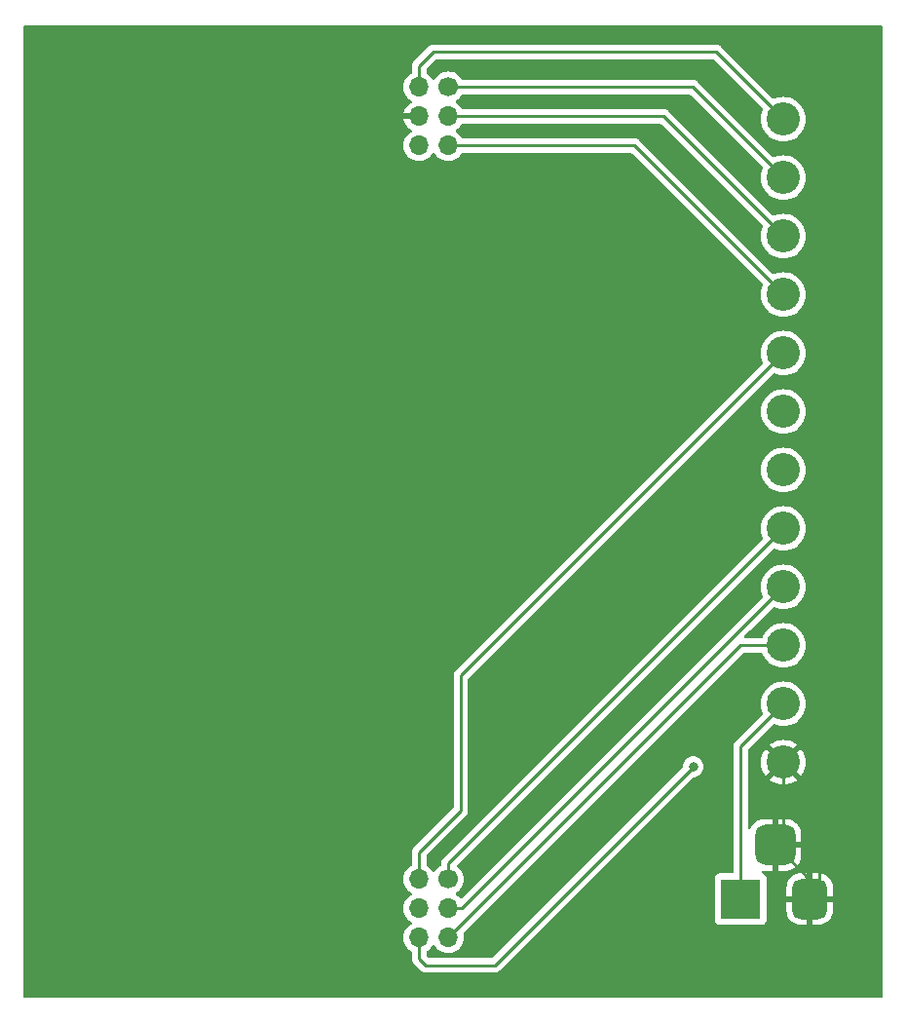
<source format=gbr>
%TF.GenerationSoftware,KiCad,Pcbnew,(7.0.0)*%
%TF.CreationDate,2023-04-06T13:36:02-07:00*%
%TF.ProjectId,Bottom_Board,426f7474-6f6d-45f4-926f-6172642e6b69,0*%
%TF.SameCoordinates,Original*%
%TF.FileFunction,Copper,L1,Top*%
%TF.FilePolarity,Positive*%
%FSLAX46Y46*%
G04 Gerber Fmt 4.6, Leading zero omitted, Abs format (unit mm)*
G04 Created by KiCad (PCBNEW (7.0.0)) date 2023-04-06 13:36:02*
%MOMM*%
%LPD*%
G01*
G04 APERTURE LIST*
G04 Aperture macros list*
%AMRoundRect*
0 Rectangle with rounded corners*
0 $1 Rounding radius*
0 $2 $3 $4 $5 $6 $7 $8 $9 X,Y pos of 4 corners*
0 Add a 4 corners polygon primitive as box body*
4,1,4,$2,$3,$4,$5,$6,$7,$8,$9,$2,$3,0*
0 Add four circle primitives for the rounded corners*
1,1,$1+$1,$2,$3*
1,1,$1+$1,$4,$5*
1,1,$1+$1,$6,$7*
1,1,$1+$1,$8,$9*
0 Add four rect primitives between the rounded corners*
20,1,$1+$1,$2,$3,$4,$5,0*
20,1,$1+$1,$4,$5,$6,$7,0*
20,1,$1+$1,$6,$7,$8,$9,0*
20,1,$1+$1,$8,$9,$2,$3,0*%
G04 Aperture macros list end*
%TA.AperFunction,ComponentPad*%
%ADD10C,1.700000*%
%TD*%
%TA.AperFunction,ComponentPad*%
%ADD11O,1.700000X1.700000*%
%TD*%
%TA.AperFunction,ComponentPad*%
%ADD12C,2.880000*%
%TD*%
%TA.AperFunction,ComponentPad*%
%ADD13R,3.500000X3.500000*%
%TD*%
%TA.AperFunction,ComponentPad*%
%ADD14RoundRect,0.750000X0.750000X1.000000X-0.750000X1.000000X-0.750000X-1.000000X0.750000X-1.000000X0*%
%TD*%
%TA.AperFunction,ComponentPad*%
%ADD15RoundRect,0.875000X0.875000X0.875000X-0.875000X0.875000X-0.875000X-0.875000X0.875000X-0.875000X0*%
%TD*%
%TA.AperFunction,ViaPad*%
%ADD16C,0.800000*%
%TD*%
%TA.AperFunction,Conductor*%
%ADD17C,0.250000*%
%TD*%
G04 APERTURE END LIST*
D10*
%TO.P,J1,1,Pin_1*%
%TO.N,AN1*%
X136961000Y-68326000D03*
D11*
%TO.P,J1,2,Pin_2*%
%TO.N,AN0*%
X134420999Y-68325999D03*
%TO.P,J1,3,Pin_3*%
%TO.N,AN2*%
X136960999Y-70865999D03*
%TO.P,J1,4,Pin_4*%
%TO.N,GND*%
X134420999Y-70865999D03*
%TO.P,J1,5,Pin_5*%
%TO.N,AN3*%
X136960999Y-73405999D03*
%TO.P,J1,6,Pin_6*%
%TO.N,VBUS*%
X134420999Y-73405999D03*
%TD*%
D10*
%TO.P,J2,1,Pin_1*%
%TO.N,D5*%
X136961000Y-137160000D03*
D11*
%TO.P,J2,2,Pin_2*%
%TO.N,A0*%
X134420999Y-137159999D03*
%TO.P,J2,3,Pin_3*%
%TO.N,D6*%
X136960999Y-139699999D03*
%TO.P,J2,4,Pin_4*%
%TO.N,A2*%
X134420999Y-139699999D03*
%TO.P,J2,5,Pin_5*%
%TO.N,D9*%
X136960999Y-142239999D03*
%TO.P,J2,6,Pin_6*%
%TO.N,A1*%
X134420999Y-142239999D03*
%TD*%
D12*
%TO.P,J3,1,Pin_1*%
%TO.N,GND*%
X166082000Y-127000000D03*
%TO.P,J3,2,Pin_2*%
%TO.N,VBUS*%
X166082000Y-121920000D03*
%TO.P,J3,3,Pin_3*%
%TO.N,D9*%
X166082000Y-116840000D03*
%TO.P,J3,4,Pin_4*%
%TO.N,D6*%
X166082000Y-111760000D03*
%TO.P,J3,5,Pin_5*%
%TO.N,D5*%
X166082000Y-106680000D03*
%TO.P,J3,6,Pin_6*%
%TO.N,A2*%
X166082000Y-101600000D03*
%TO.P,J3,7,Pin_7*%
%TO.N,A1*%
X166082000Y-96520000D03*
%TO.P,J3,8,Pin_8*%
%TO.N,A0*%
X166082000Y-91440000D03*
%TO.P,J3,9,Pin_9*%
%TO.N,AN3*%
X166082000Y-86360000D03*
%TO.P,J3,10,Pin_10*%
%TO.N,AN2*%
X166082000Y-81280000D03*
%TO.P,J3,11,Pin_11*%
%TO.N,AN1*%
X166082000Y-76200000D03*
%TO.P,J3,12,Pin_12*%
%TO.N,AN0*%
X166082000Y-71120000D03*
%TD*%
D13*
%TO.P,J4,1*%
%TO.N,VBUS*%
X162367999Y-138879499D03*
D14*
%TO.P,J4,2*%
%TO.N,GND*%
X168368000Y-138879500D03*
D15*
%TO.P,J4,3*%
X165368000Y-134179500D03*
%TD*%
D16*
%TO.N,A1*%
X158242000Y-127381000D03*
%TD*%
D17*
%TO.N,AN3*%
X136961000Y-73406000D02*
X153128000Y-73406000D01*
X153128000Y-73406000D02*
X166082000Y-86360000D01*
%TO.N,GND*%
X168368000Y-138879500D02*
X168368000Y-137179500D01*
X168368000Y-138879500D02*
X169164000Y-138083500D01*
X166082000Y-127000000D02*
X166082000Y-133465500D01*
X169164000Y-130082000D02*
X166082000Y-127000000D01*
X169164000Y-138083500D02*
X169164000Y-130082000D01*
X168368000Y-137179500D02*
X165368000Y-134179500D01*
X166082000Y-133465500D02*
X165368000Y-134179500D01*
%TO.N,AN2*%
X155668000Y-70866000D02*
X166082000Y-81280000D01*
X136961000Y-70866000D02*
X155668000Y-70866000D01*
%TO.N,AN0*%
X135636000Y-65278000D02*
X160240000Y-65278000D01*
X160240000Y-65278000D02*
X166082000Y-71120000D01*
X134421000Y-66493000D02*
X135636000Y-65278000D01*
X134421000Y-68326000D02*
X134421000Y-66493000D01*
%TO.N,AN1*%
X158208000Y-68326000D02*
X166082000Y-76200000D01*
X136961000Y-68326000D02*
X158208000Y-68326000D01*
%TO.N,A1*%
X134421000Y-142240000D02*
X134421000Y-144073000D01*
X135001000Y-144653000D02*
X140970000Y-144653000D01*
X140970000Y-144653000D02*
X158242000Y-127381000D01*
X134421000Y-144073000D02*
X135001000Y-144653000D01*
%TO.N,D9*%
X166082000Y-116840000D02*
X162361000Y-116840000D01*
X162361000Y-116840000D02*
X136961000Y-142240000D01*
%TO.N,D6*%
X166082000Y-111760000D02*
X138142000Y-139700000D01*
X138142000Y-139700000D02*
X136961000Y-139700000D01*
%TO.N,A0*%
X138049000Y-131191000D02*
X134421000Y-134819000D01*
X166082000Y-91440000D02*
X138049000Y-119473000D01*
X138049000Y-119473000D02*
X138049000Y-131191000D01*
X134421000Y-134819000D02*
X134421000Y-137160000D01*
%TO.N,D5*%
X166082000Y-106680000D02*
X136961000Y-135801000D01*
X136961000Y-135801000D02*
X136961000Y-137160000D01*
%TO.N,VBUS*%
X162368000Y-125634000D02*
X162368000Y-138879500D01*
X166082000Y-121920000D02*
X162368000Y-125634000D01*
%TD*%
%TA.AperFunction,Conductor*%
%TO.N,GND*%
G36*
X174687500Y-63017113D02*
G01*
X174732887Y-63062500D01*
X174749500Y-63124500D01*
X174749500Y-147375500D01*
X174732887Y-147437500D01*
X174687500Y-147482887D01*
X174625500Y-147499500D01*
X100124500Y-147499500D01*
X100062500Y-147482887D01*
X100017113Y-147437500D01*
X100000500Y-147375500D01*
X100000500Y-142240000D01*
X133065341Y-142240000D01*
X133085937Y-142475408D01*
X133087336Y-142480630D01*
X133087337Y-142480634D01*
X133145694Y-142698430D01*
X133145697Y-142698438D01*
X133147097Y-142703663D01*
X133149385Y-142708570D01*
X133149386Y-142708572D01*
X133244678Y-142912927D01*
X133244681Y-142912933D01*
X133246965Y-142917830D01*
X133250064Y-142922257D01*
X133250066Y-142922259D01*
X133379399Y-143106966D01*
X133379402Y-143106970D01*
X133382505Y-143111401D01*
X133549599Y-143278495D01*
X133554031Y-143281598D01*
X133554033Y-143281600D01*
X133742624Y-143413653D01*
X133781489Y-143457971D01*
X133795500Y-143515228D01*
X133795500Y-143995225D01*
X133794978Y-144006280D01*
X133793327Y-144013667D01*
X133793571Y-144021453D01*
X133793571Y-144021461D01*
X133795439Y-144080873D01*
X133795500Y-144084768D01*
X133795500Y-144112350D01*
X133795988Y-144116219D01*
X133795989Y-144116225D01*
X133796004Y-144116343D01*
X133796918Y-144127966D01*
X133798045Y-144163830D01*
X133798046Y-144163837D01*
X133798291Y-144171627D01*
X133800467Y-144179119D01*
X133800468Y-144179121D01*
X133803879Y-144190862D01*
X133807825Y-144209915D01*
X133810336Y-144229792D01*
X133813206Y-144237042D01*
X133813208Y-144237048D01*
X133826414Y-144270404D01*
X133830197Y-144281451D01*
X133842382Y-144323390D01*
X133846353Y-144330105D01*
X133846354Y-144330107D01*
X133852581Y-144340637D01*
X133861136Y-144358099D01*
X133865642Y-144369480D01*
X133865643Y-144369483D01*
X133868514Y-144376732D01*
X133890440Y-144406912D01*
X133894181Y-144412060D01*
X133900593Y-144421822D01*
X133918856Y-144452702D01*
X133918859Y-144452707D01*
X133922830Y-144459420D01*
X133928344Y-144464934D01*
X133928345Y-144464935D01*
X133936990Y-144473580D01*
X133949626Y-144488374D01*
X133956819Y-144498275D01*
X133956823Y-144498279D01*
X133961406Y-144504587D01*
X133967415Y-144509558D01*
X133967416Y-144509559D01*
X133995058Y-144532426D01*
X134003699Y-144540289D01*
X134503707Y-145040298D01*
X134511159Y-145048487D01*
X134515214Y-145054877D01*
X134564223Y-145100900D01*
X134567020Y-145103611D01*
X134586529Y-145123120D01*
X134589709Y-145125587D01*
X134598571Y-145133155D01*
X134611880Y-145145654D01*
X134624732Y-145157723D01*
X134624734Y-145157724D01*
X134630418Y-145163062D01*
X134637251Y-145166818D01*
X134637252Y-145166819D01*
X134647973Y-145172713D01*
X134664234Y-145183394D01*
X134680064Y-145195673D01*
X134720154Y-145213021D01*
X134730631Y-145218154D01*
X134768908Y-145239197D01*
X134785957Y-145243574D01*
X134788305Y-145244177D01*
X134806719Y-145250481D01*
X134825104Y-145258438D01*
X134868265Y-145265273D01*
X134879664Y-145267634D01*
X134921981Y-145278500D01*
X134942017Y-145278500D01*
X134961402Y-145280025D01*
X134981196Y-145283160D01*
X135019276Y-145279560D01*
X135024676Y-145279050D01*
X135036345Y-145278500D01*
X140892225Y-145278500D01*
X140903280Y-145279021D01*
X140910667Y-145280673D01*
X140977872Y-145278561D01*
X140981768Y-145278500D01*
X141005448Y-145278500D01*
X141009350Y-145278500D01*
X141013313Y-145277999D01*
X141024963Y-145277080D01*
X141068627Y-145275709D01*
X141087861Y-145270119D01*
X141106917Y-145266174D01*
X141126792Y-145263664D01*
X141167395Y-145247587D01*
X141178450Y-145243802D01*
X141220390Y-145231618D01*
X141237629Y-145221422D01*
X141255103Y-145212862D01*
X141266474Y-145208360D01*
X141266476Y-145208358D01*
X141273732Y-145205486D01*
X141309069Y-145179811D01*
X141318824Y-145173403D01*
X141356420Y-145151170D01*
X141370584Y-145137005D01*
X141385379Y-145124368D01*
X141401587Y-145112594D01*
X141429428Y-145078938D01*
X141437279Y-145070309D01*
X145833510Y-140674078D01*
X160117500Y-140674078D01*
X160117501Y-140677372D01*
X160117853Y-140680650D01*
X160117854Y-140680661D01*
X160123079Y-140729268D01*
X160123080Y-140729273D01*
X160123909Y-140736983D01*
X160126619Y-140744249D01*
X160126620Y-140744253D01*
X160160217Y-140834331D01*
X160174204Y-140871831D01*
X160260454Y-140987046D01*
X160375669Y-141073296D01*
X160510517Y-141123591D01*
X160570127Y-141130000D01*
X164165872Y-141129999D01*
X164225483Y-141123591D01*
X164360331Y-141073296D01*
X164475546Y-140987046D01*
X164561796Y-140871831D01*
X164612091Y-140736983D01*
X164618500Y-140677373D01*
X164618500Y-139941244D01*
X166368001Y-139941244D01*
X166368192Y-139946125D01*
X166377990Y-140070629D01*
X166379674Y-140080892D01*
X166432017Y-140288620D01*
X166435679Y-140299085D01*
X166524126Y-140493806D01*
X166529603Y-140503458D01*
X166651390Y-140679249D01*
X166658508Y-140687774D01*
X166809725Y-140838991D01*
X166818250Y-140846109D01*
X166994041Y-140967896D01*
X167003693Y-140973373D01*
X167198414Y-141061820D01*
X167208879Y-141065482D01*
X167416608Y-141117825D01*
X167426869Y-141119509D01*
X167551374Y-141129308D01*
X167556254Y-141129500D01*
X168101674Y-141129500D01*
X168114549Y-141126049D01*
X168118000Y-141113174D01*
X168118000Y-141113173D01*
X168618000Y-141113173D01*
X168621450Y-141126048D01*
X168634326Y-141129499D01*
X169179744Y-141129499D01*
X169184625Y-141129307D01*
X169309129Y-141119509D01*
X169319392Y-141117825D01*
X169527120Y-141065482D01*
X169537585Y-141061820D01*
X169732306Y-140973373D01*
X169741958Y-140967896D01*
X169917749Y-140846109D01*
X169926274Y-140838991D01*
X170077491Y-140687774D01*
X170084609Y-140679249D01*
X170206396Y-140503458D01*
X170211873Y-140493806D01*
X170300320Y-140299085D01*
X170303982Y-140288620D01*
X170356325Y-140080891D01*
X170358009Y-140070630D01*
X170367808Y-139946125D01*
X170368000Y-139941246D01*
X170368000Y-139145826D01*
X170364549Y-139132950D01*
X170351674Y-139129500D01*
X168634326Y-139129500D01*
X168621450Y-139132950D01*
X168618000Y-139145826D01*
X168618000Y-141113173D01*
X168118000Y-141113173D01*
X168118000Y-139145826D01*
X168114549Y-139132950D01*
X168101674Y-139129500D01*
X166384327Y-139129500D01*
X166371451Y-139132950D01*
X166368001Y-139145826D01*
X166368001Y-139941244D01*
X164618500Y-139941244D01*
X164618499Y-138613174D01*
X166368000Y-138613174D01*
X166371450Y-138626049D01*
X166384326Y-138629500D01*
X168101674Y-138629500D01*
X168114549Y-138626049D01*
X168118000Y-138613174D01*
X168618000Y-138613174D01*
X168621450Y-138626049D01*
X168634326Y-138629500D01*
X170351673Y-138629500D01*
X170364548Y-138626049D01*
X170367999Y-138613174D01*
X170367999Y-137817756D01*
X170367807Y-137812874D01*
X170358009Y-137688370D01*
X170356325Y-137678107D01*
X170303982Y-137470379D01*
X170300320Y-137459914D01*
X170211873Y-137265193D01*
X170206396Y-137255541D01*
X170084609Y-137079750D01*
X170077491Y-137071225D01*
X169926274Y-136920008D01*
X169917749Y-136912890D01*
X169741958Y-136791103D01*
X169732306Y-136785626D01*
X169537585Y-136697179D01*
X169527120Y-136693517D01*
X169319391Y-136641174D01*
X169309130Y-136639490D01*
X169184625Y-136629691D01*
X169179746Y-136629500D01*
X168634326Y-136629500D01*
X168621450Y-136632950D01*
X168618000Y-136645826D01*
X168618000Y-138613174D01*
X168118000Y-138613174D01*
X168118000Y-136645827D01*
X168114549Y-136632951D01*
X168101674Y-136629501D01*
X167556256Y-136629501D01*
X167551374Y-136629692D01*
X167426870Y-136639490D01*
X167416607Y-136641174D01*
X167208879Y-136693517D01*
X167198414Y-136697179D01*
X167003693Y-136785626D01*
X166994041Y-136791103D01*
X166818250Y-136912890D01*
X166809725Y-136920008D01*
X166658508Y-137071225D01*
X166651390Y-137079750D01*
X166529603Y-137255541D01*
X166524126Y-137265193D01*
X166435679Y-137459914D01*
X166432017Y-137470379D01*
X166379674Y-137678108D01*
X166377990Y-137688369D01*
X166368191Y-137812874D01*
X166368000Y-137817754D01*
X166368000Y-138613174D01*
X164618499Y-138613174D01*
X164618499Y-137081628D01*
X164612091Y-137022017D01*
X164561796Y-136887169D01*
X164475546Y-136771954D01*
X164360331Y-136685704D01*
X164352023Y-136682605D01*
X164352017Y-136682602D01*
X164311489Y-136667486D01*
X164255829Y-136625978D01*
X164231208Y-136561056D01*
X164245346Y-136493077D01*
X164293810Y-136443355D01*
X164361404Y-136427480D01*
X164397770Y-136429412D01*
X164401057Y-136429500D01*
X165101674Y-136429500D01*
X165114549Y-136426049D01*
X165118000Y-136413174D01*
X165118000Y-136413173D01*
X165618000Y-136413173D01*
X165621450Y-136426048D01*
X165634326Y-136429499D01*
X166334931Y-136429499D01*
X166338230Y-136429411D01*
X166384923Y-136426932D01*
X166393383Y-136425894D01*
X166613815Y-136383262D01*
X166623918Y-136380401D01*
X166833046Y-136301480D01*
X166842515Y-136296955D01*
X167035303Y-136183823D01*
X167043867Y-136177766D01*
X167214758Y-136033683D01*
X167222183Y-136026258D01*
X167366266Y-135855367D01*
X167372323Y-135846803D01*
X167485455Y-135654015D01*
X167489980Y-135644546D01*
X167568901Y-135435418D01*
X167571762Y-135425315D01*
X167614392Y-135204891D01*
X167615433Y-135196408D01*
X167617912Y-135149737D01*
X167618000Y-135146443D01*
X167618000Y-134445826D01*
X167614549Y-134432950D01*
X167601674Y-134429500D01*
X165634326Y-134429500D01*
X165621450Y-134432950D01*
X165618000Y-134445826D01*
X165618000Y-136413173D01*
X165118000Y-136413173D01*
X165118000Y-133913174D01*
X165618000Y-133913174D01*
X165621450Y-133926049D01*
X165634326Y-133929500D01*
X167601673Y-133929500D01*
X167614548Y-133926049D01*
X167617999Y-133913174D01*
X167617999Y-133212569D01*
X167617911Y-133209269D01*
X167615432Y-133162576D01*
X167614394Y-133154116D01*
X167571762Y-132933684D01*
X167568901Y-132923581D01*
X167489980Y-132714453D01*
X167485455Y-132704984D01*
X167372323Y-132512196D01*
X167366266Y-132503632D01*
X167222183Y-132332741D01*
X167214758Y-132325316D01*
X167043867Y-132181233D01*
X167035303Y-132175176D01*
X166842515Y-132062044D01*
X166833046Y-132057519D01*
X166623918Y-131978598D01*
X166613815Y-131975737D01*
X166393391Y-131933107D01*
X166384908Y-131932066D01*
X166338237Y-131929587D01*
X166334943Y-131929500D01*
X165634326Y-131929500D01*
X165621450Y-131932950D01*
X165618000Y-131945826D01*
X165618000Y-133913174D01*
X165118000Y-133913174D01*
X165118000Y-131945827D01*
X165114549Y-131932951D01*
X165101674Y-131929501D01*
X164401069Y-131929501D01*
X164397769Y-131929588D01*
X164351076Y-131932067D01*
X164342616Y-131933105D01*
X164122184Y-131975737D01*
X164112081Y-131978598D01*
X163902953Y-132057519D01*
X163893484Y-132062044D01*
X163700696Y-132175176D01*
X163692132Y-132181233D01*
X163521241Y-132325316D01*
X163513816Y-132332741D01*
X163369733Y-132503632D01*
X163363676Y-132512196D01*
X163250544Y-132704984D01*
X163246019Y-132714453D01*
X163233514Y-132747591D01*
X163192917Y-132802239D01*
X163129589Y-132827219D01*
X163062617Y-132815003D01*
X163012187Y-132769272D01*
X162993500Y-132703810D01*
X162993500Y-128536826D01*
X164904254Y-128536826D01*
X164912572Y-128547937D01*
X165026927Y-128633543D01*
X165034370Y-128638327D01*
X165270146Y-128767070D01*
X165278184Y-128770741D01*
X165529899Y-128864626D01*
X165538368Y-128867112D01*
X165800870Y-128924216D01*
X165809626Y-128925475D01*
X166077582Y-128944640D01*
X166086418Y-128944640D01*
X166354373Y-128925475D01*
X166363129Y-128924216D01*
X166625631Y-128867112D01*
X166634100Y-128864626D01*
X166885815Y-128770741D01*
X166893853Y-128767070D01*
X167129629Y-128638327D01*
X167137072Y-128633543D01*
X167251426Y-128547938D01*
X167259744Y-128536826D01*
X167253092Y-128524645D01*
X166093542Y-127365095D01*
X166082000Y-127358431D01*
X166070457Y-127365095D01*
X164910906Y-128524645D01*
X164904254Y-128536826D01*
X162993500Y-128536826D01*
X162993500Y-127004418D01*
X164137360Y-127004418D01*
X164156524Y-127272373D01*
X164157783Y-127281129D01*
X164214887Y-127543631D01*
X164217373Y-127552100D01*
X164311258Y-127803815D01*
X164314929Y-127811853D01*
X164443672Y-128047629D01*
X164448456Y-128055072D01*
X164534061Y-128169426D01*
X164545172Y-128177744D01*
X164557353Y-128171092D01*
X165716904Y-127011542D01*
X165723568Y-127000000D01*
X166440431Y-127000000D01*
X166447095Y-127011542D01*
X167606645Y-128171092D01*
X167618826Y-128177744D01*
X167629938Y-128169426D01*
X167715543Y-128055072D01*
X167720327Y-128047629D01*
X167849070Y-127811853D01*
X167852741Y-127803815D01*
X167946626Y-127552100D01*
X167949112Y-127543631D01*
X168006216Y-127281129D01*
X168007475Y-127272373D01*
X168026640Y-127004418D01*
X168026640Y-126995582D01*
X168007475Y-126727626D01*
X168006216Y-126718870D01*
X167949112Y-126456368D01*
X167946626Y-126447899D01*
X167852741Y-126196184D01*
X167849070Y-126188146D01*
X167720327Y-125952370D01*
X167715543Y-125944927D01*
X167629937Y-125830572D01*
X167618826Y-125822254D01*
X167606645Y-125828906D01*
X166447095Y-126988457D01*
X166440431Y-127000000D01*
X165723568Y-127000000D01*
X165716904Y-126988457D01*
X164554171Y-125825724D01*
X164544998Y-125819829D01*
X164536757Y-125826970D01*
X164448459Y-125944923D01*
X164443672Y-125952371D01*
X164314929Y-126188146D01*
X164311258Y-126196184D01*
X164217373Y-126447899D01*
X164214887Y-126456368D01*
X164157783Y-126718870D01*
X164156524Y-126727626D01*
X164137360Y-126995582D01*
X164137360Y-127004418D01*
X162993500Y-127004418D01*
X162993500Y-125944452D01*
X163002939Y-125896999D01*
X163029819Y-125856771D01*
X163423592Y-125462998D01*
X164901829Y-125462998D01*
X164907724Y-125472171D01*
X166070457Y-126634904D01*
X166082000Y-126641568D01*
X166093542Y-126634904D01*
X167253092Y-125475353D01*
X167259744Y-125463172D01*
X167251426Y-125452061D01*
X167137072Y-125366456D01*
X167129629Y-125361672D01*
X166893853Y-125232929D01*
X166885815Y-125229258D01*
X166634100Y-125135373D01*
X166625631Y-125132887D01*
X166363129Y-125075783D01*
X166354373Y-125074524D01*
X166086418Y-125055360D01*
X166077582Y-125055360D01*
X165809626Y-125074524D01*
X165800870Y-125075783D01*
X165538368Y-125132887D01*
X165529899Y-125135373D01*
X165278184Y-125229258D01*
X165270146Y-125232929D01*
X165034371Y-125361672D01*
X165026923Y-125366459D01*
X164908970Y-125454757D01*
X164901829Y-125462998D01*
X163423592Y-125462998D01*
X163831230Y-125055360D01*
X165161479Y-123725110D01*
X165222800Y-123691627D01*
X165292491Y-123696611D01*
X165533901Y-123786652D01*
X165805133Y-123845655D01*
X166082000Y-123865457D01*
X166358867Y-123845655D01*
X166630099Y-123786652D01*
X166890172Y-123689650D01*
X167133793Y-123556623D01*
X167356003Y-123390278D01*
X167552278Y-123194003D01*
X167718623Y-122971793D01*
X167851650Y-122728172D01*
X167948652Y-122468099D01*
X168007655Y-122196867D01*
X168027457Y-121920000D01*
X168007655Y-121643133D01*
X167948652Y-121371901D01*
X167851650Y-121111828D01*
X167718623Y-120868207D01*
X167552278Y-120645997D01*
X167356003Y-120449722D01*
X167352466Y-120447074D01*
X167352460Y-120447069D01*
X167137342Y-120286034D01*
X167133793Y-120283377D01*
X167129906Y-120281254D01*
X167129899Y-120281250D01*
X166894058Y-120152472D01*
X166890172Y-120150350D01*
X166886029Y-120148804D01*
X166886023Y-120148802D01*
X166634252Y-120054897D01*
X166630099Y-120053348D01*
X166625767Y-120052405D01*
X166625765Y-120052405D01*
X166363200Y-119995287D01*
X166363192Y-119995285D01*
X166358867Y-119994345D01*
X166354453Y-119994029D01*
X166354444Y-119994028D01*
X166086418Y-119974859D01*
X166082000Y-119974543D01*
X166077582Y-119974859D01*
X165809555Y-119994028D01*
X165809544Y-119994029D01*
X165805133Y-119994345D01*
X165800809Y-119995285D01*
X165800799Y-119995287D01*
X165538234Y-120052405D01*
X165538228Y-120052406D01*
X165533901Y-120053348D01*
X165529751Y-120054895D01*
X165529747Y-120054897D01*
X165277976Y-120148802D01*
X165277965Y-120148806D01*
X165273828Y-120150350D01*
X165269946Y-120152469D01*
X165269941Y-120152472D01*
X165034100Y-120281250D01*
X165034086Y-120281258D01*
X165030207Y-120283377D01*
X165026661Y-120286030D01*
X165026657Y-120286034D01*
X164811539Y-120447069D01*
X164811526Y-120447079D01*
X164807997Y-120449722D01*
X164804871Y-120452847D01*
X164804864Y-120452854D01*
X164614854Y-120642864D01*
X164614847Y-120642871D01*
X164611722Y-120645997D01*
X164609079Y-120649526D01*
X164609069Y-120649539D01*
X164448034Y-120864657D01*
X164448030Y-120864661D01*
X164445377Y-120868207D01*
X164443258Y-120872086D01*
X164443250Y-120872100D01*
X164314472Y-121107941D01*
X164312350Y-121111828D01*
X164310806Y-121115965D01*
X164310802Y-121115976D01*
X164216897Y-121367747D01*
X164215348Y-121371901D01*
X164214406Y-121376228D01*
X164214405Y-121376234D01*
X164157287Y-121638799D01*
X164157285Y-121638809D01*
X164156345Y-121643133D01*
X164156029Y-121647544D01*
X164156028Y-121647555D01*
X164137297Y-121909453D01*
X164136543Y-121920000D01*
X164136859Y-121924418D01*
X164156028Y-122192444D01*
X164156029Y-122192453D01*
X164156345Y-122196867D01*
X164157285Y-122201192D01*
X164157287Y-122201200D01*
X164214405Y-122463765D01*
X164215348Y-122468099D01*
X164216897Y-122472252D01*
X164305388Y-122709506D01*
X164310372Y-122779197D01*
X164276887Y-122840520D01*
X161980696Y-125136711D01*
X161972511Y-125144159D01*
X161966123Y-125148214D01*
X161960788Y-125153894D01*
X161960783Y-125153899D01*
X161920096Y-125197225D01*
X161917392Y-125200016D01*
X161900628Y-125216780D01*
X161900621Y-125216787D01*
X161897880Y-125219529D01*
X161895500Y-125222596D01*
X161895489Y-125222609D01*
X161895400Y-125222725D01*
X161887842Y-125231570D01*
X161863280Y-125257727D01*
X161863273Y-125257736D01*
X161857938Y-125263418D01*
X161854182Y-125270249D01*
X161854179Y-125270254D01*
X161848285Y-125280975D01*
X161837609Y-125297227D01*
X161830109Y-125306896D01*
X161830101Y-125306907D01*
X161825327Y-125313064D01*
X161822234Y-125320208D01*
X161822229Y-125320219D01*
X161807974Y-125353160D01*
X161802838Y-125363643D01*
X161781803Y-125401908D01*
X161779864Y-125409456D01*
X161779863Y-125409461D01*
X161776822Y-125421307D01*
X161770521Y-125439711D01*
X161765658Y-125450948D01*
X161765656Y-125450952D01*
X161762562Y-125458104D01*
X161761342Y-125465803D01*
X161761342Y-125465805D01*
X161755729Y-125501241D01*
X161753361Y-125512676D01*
X161744438Y-125547428D01*
X161744436Y-125547436D01*
X161742500Y-125554981D01*
X161742500Y-125562777D01*
X161742500Y-125575017D01*
X161740974Y-125594402D01*
X161737840Y-125614196D01*
X161738574Y-125621961D01*
X161738574Y-125621964D01*
X161741950Y-125657676D01*
X161742500Y-125669345D01*
X161742500Y-136505001D01*
X161725887Y-136567001D01*
X161680500Y-136612388D01*
X161618500Y-136629001D01*
X160570128Y-136629001D01*
X160566850Y-136629353D01*
X160566838Y-136629354D01*
X160518231Y-136634579D01*
X160518225Y-136634580D01*
X160510517Y-136635409D01*
X160503252Y-136638118D01*
X160503246Y-136638120D01*
X160383980Y-136682604D01*
X160383978Y-136682604D01*
X160375669Y-136685704D01*
X160368572Y-136691016D01*
X160368568Y-136691019D01*
X160267550Y-136766641D01*
X160267546Y-136766644D01*
X160260454Y-136771954D01*
X160255144Y-136779046D01*
X160255141Y-136779050D01*
X160179519Y-136880068D01*
X160179516Y-136880072D01*
X160174204Y-136887169D01*
X160171104Y-136895478D01*
X160171104Y-136895480D01*
X160126620Y-137014747D01*
X160126619Y-137014750D01*
X160123909Y-137022017D01*
X160123079Y-137029727D01*
X160123079Y-137029732D01*
X160117855Y-137078319D01*
X160117854Y-137078331D01*
X160117500Y-137081627D01*
X160117500Y-137084948D01*
X160117500Y-137084949D01*
X160117500Y-140674060D01*
X160117500Y-140674078D01*
X145833510Y-140674078D01*
X158189770Y-128317819D01*
X158229999Y-128290939D01*
X158277452Y-128281500D01*
X158330143Y-128281500D01*
X158336646Y-128281500D01*
X158521803Y-128242144D01*
X158694730Y-128165151D01*
X158847871Y-128053888D01*
X158974533Y-127913216D01*
X159069179Y-127749284D01*
X159127674Y-127569256D01*
X159147460Y-127381000D01*
X159127674Y-127192744D01*
X159069179Y-127012716D01*
X158974533Y-126848784D01*
X158847871Y-126708112D01*
X158842613Y-126704292D01*
X158842611Y-126704290D01*
X158699988Y-126600669D01*
X158699987Y-126600668D01*
X158694730Y-126596849D01*
X158688792Y-126594205D01*
X158527745Y-126522501D01*
X158527740Y-126522499D01*
X158521803Y-126519856D01*
X158515444Y-126518504D01*
X158515440Y-126518503D01*
X158343008Y-126481852D01*
X158343005Y-126481851D01*
X158336646Y-126480500D01*
X158147354Y-126480500D01*
X158140995Y-126481851D01*
X158140991Y-126481852D01*
X157968559Y-126518503D01*
X157968552Y-126518505D01*
X157962197Y-126519856D01*
X157956262Y-126522498D01*
X157956254Y-126522501D01*
X157795207Y-126594205D01*
X157795202Y-126594207D01*
X157789270Y-126596849D01*
X157784016Y-126600665D01*
X157784011Y-126600669D01*
X157641388Y-126704290D01*
X157641381Y-126704295D01*
X157636129Y-126708112D01*
X157631784Y-126712937D01*
X157631779Y-126712942D01*
X157513813Y-126843956D01*
X157513808Y-126843962D01*
X157509467Y-126848784D01*
X157506222Y-126854404D01*
X157506218Y-126854410D01*
X157418069Y-127007089D01*
X157418066Y-127007094D01*
X157414821Y-127012716D01*
X157412815Y-127018888D01*
X157412813Y-127018894D01*
X157358333Y-127186564D01*
X157358331Y-127186573D01*
X157356326Y-127192744D01*
X157355647Y-127199203D01*
X157355647Y-127199204D01*
X157338678Y-127360651D01*
X157327278Y-127401072D01*
X157303038Y-127435370D01*
X140747228Y-143991181D01*
X140707000Y-144018061D01*
X140659547Y-144027500D01*
X135311452Y-144027500D01*
X135263999Y-144018061D01*
X135223773Y-143991183D01*
X135082816Y-143850225D01*
X135055939Y-143810000D01*
X135046500Y-143762547D01*
X135046500Y-143515228D01*
X135060511Y-143457971D01*
X135099376Y-143413653D01*
X135179640Y-143357450D01*
X135292401Y-143278495D01*
X135459495Y-143111401D01*
X135589424Y-142925842D01*
X135633743Y-142886976D01*
X135691000Y-142872965D01*
X135748257Y-142886976D01*
X135792575Y-142925842D01*
X135919395Y-143106961D01*
X135919401Y-143106968D01*
X135922505Y-143111401D01*
X136089599Y-143278495D01*
X136283170Y-143414035D01*
X136497337Y-143513903D01*
X136725592Y-143575063D01*
X136961000Y-143595659D01*
X137196408Y-143575063D01*
X137424663Y-143513903D01*
X137638830Y-143414035D01*
X137832401Y-143278495D01*
X137999495Y-143111401D01*
X138135035Y-142917830D01*
X138234903Y-142703663D01*
X138296063Y-142475408D01*
X138316659Y-142240000D01*
X138296063Y-142004592D01*
X138269143Y-141904126D01*
X138269143Y-141839939D01*
X138301235Y-141784353D01*
X162583771Y-117501819D01*
X162624000Y-117474939D01*
X162671453Y-117465500D01*
X164158122Y-117465500D01*
X164206935Y-117475512D01*
X164247865Y-117503930D01*
X164274303Y-117546165D01*
X164312350Y-117648172D01*
X164314472Y-117652058D01*
X164443250Y-117887899D01*
X164443254Y-117887906D01*
X164445377Y-117891793D01*
X164448034Y-117895342D01*
X164609069Y-118110460D01*
X164609074Y-118110466D01*
X164611722Y-118114003D01*
X164807997Y-118310278D01*
X164811534Y-118312926D01*
X164811539Y-118312930D01*
X164917855Y-118392517D01*
X165030207Y-118476623D01*
X165273828Y-118609650D01*
X165533901Y-118706652D01*
X165805133Y-118765655D01*
X166082000Y-118785457D01*
X166358867Y-118765655D01*
X166630099Y-118706652D01*
X166890172Y-118609650D01*
X167133793Y-118476623D01*
X167356003Y-118310278D01*
X167552278Y-118114003D01*
X167718623Y-117891793D01*
X167851650Y-117648172D01*
X167948652Y-117388099D01*
X168007655Y-117116867D01*
X168027457Y-116840000D01*
X168007655Y-116563133D01*
X167948652Y-116291901D01*
X167851650Y-116031828D01*
X167718623Y-115788207D01*
X167552278Y-115565997D01*
X167356003Y-115369722D01*
X167352466Y-115367074D01*
X167352460Y-115367069D01*
X167137342Y-115206034D01*
X167133793Y-115203377D01*
X167129906Y-115201254D01*
X167129899Y-115201250D01*
X166894058Y-115072472D01*
X166890172Y-115070350D01*
X166886029Y-115068804D01*
X166886023Y-115068802D01*
X166634252Y-114974897D01*
X166630099Y-114973348D01*
X166625767Y-114972405D01*
X166625765Y-114972405D01*
X166363200Y-114915287D01*
X166363192Y-114915285D01*
X166358867Y-114914345D01*
X166354453Y-114914029D01*
X166354444Y-114914028D01*
X166086418Y-114894859D01*
X166082000Y-114894543D01*
X166077582Y-114894859D01*
X165809555Y-114914028D01*
X165809544Y-114914029D01*
X165805133Y-114914345D01*
X165800809Y-114915285D01*
X165800799Y-114915287D01*
X165538234Y-114972405D01*
X165538228Y-114972406D01*
X165533901Y-114973348D01*
X165529751Y-114974895D01*
X165529747Y-114974897D01*
X165277976Y-115068802D01*
X165277965Y-115068806D01*
X165273828Y-115070350D01*
X165269946Y-115072469D01*
X165269941Y-115072472D01*
X165034100Y-115201250D01*
X165034086Y-115201258D01*
X165030207Y-115203377D01*
X165026661Y-115206030D01*
X165026657Y-115206034D01*
X164811539Y-115367069D01*
X164811526Y-115367079D01*
X164807997Y-115369722D01*
X164804871Y-115372847D01*
X164804864Y-115372854D01*
X164614854Y-115562864D01*
X164614847Y-115562871D01*
X164611722Y-115565997D01*
X164609079Y-115569526D01*
X164609069Y-115569539D01*
X164448034Y-115784657D01*
X164448030Y-115784661D01*
X164445377Y-115788207D01*
X164443258Y-115792086D01*
X164443250Y-115792100D01*
X164328190Y-116002819D01*
X164312350Y-116031828D01*
X164283232Y-116109898D01*
X164274304Y-116133834D01*
X164247865Y-116176070D01*
X164206935Y-116204488D01*
X164158122Y-116214500D01*
X162811453Y-116214500D01*
X162755158Y-116200985D01*
X162711135Y-116163385D01*
X162688980Y-116109898D01*
X162693522Y-116052182D01*
X162723772Y-116002819D01*
X163163727Y-115562864D01*
X165161479Y-113565110D01*
X165222800Y-113531627D01*
X165292491Y-113536611D01*
X165533901Y-113626652D01*
X165805133Y-113685655D01*
X166082000Y-113705457D01*
X166358867Y-113685655D01*
X166630099Y-113626652D01*
X166890172Y-113529650D01*
X167133793Y-113396623D01*
X167356003Y-113230278D01*
X167552278Y-113034003D01*
X167718623Y-112811793D01*
X167851650Y-112568172D01*
X167948652Y-112308099D01*
X168007655Y-112036867D01*
X168027457Y-111760000D01*
X168007655Y-111483133D01*
X167948652Y-111211901D01*
X167851650Y-110951828D01*
X167718623Y-110708207D01*
X167552278Y-110485997D01*
X167356003Y-110289722D01*
X167352466Y-110287074D01*
X167352460Y-110287069D01*
X167137342Y-110126034D01*
X167133793Y-110123377D01*
X167129906Y-110121254D01*
X167129899Y-110121250D01*
X166894058Y-109992472D01*
X166890172Y-109990350D01*
X166886029Y-109988804D01*
X166886023Y-109988802D01*
X166634252Y-109894897D01*
X166630099Y-109893348D01*
X166625767Y-109892405D01*
X166625765Y-109892405D01*
X166363200Y-109835287D01*
X166363192Y-109835285D01*
X166358867Y-109834345D01*
X166354453Y-109834029D01*
X166354444Y-109834028D01*
X166086418Y-109814859D01*
X166082000Y-109814543D01*
X166077582Y-109814859D01*
X165809555Y-109834028D01*
X165809544Y-109834029D01*
X165805133Y-109834345D01*
X165800809Y-109835285D01*
X165800799Y-109835287D01*
X165538234Y-109892405D01*
X165538228Y-109892406D01*
X165533901Y-109893348D01*
X165529751Y-109894895D01*
X165529747Y-109894897D01*
X165277976Y-109988802D01*
X165277965Y-109988806D01*
X165273828Y-109990350D01*
X165269946Y-109992469D01*
X165269941Y-109992472D01*
X165034100Y-110121250D01*
X165034086Y-110121258D01*
X165030207Y-110123377D01*
X165026661Y-110126030D01*
X165026657Y-110126034D01*
X164811539Y-110287069D01*
X164811526Y-110287079D01*
X164807997Y-110289722D01*
X164804871Y-110292847D01*
X164804864Y-110292854D01*
X164614854Y-110482864D01*
X164614847Y-110482871D01*
X164611722Y-110485997D01*
X164609079Y-110489526D01*
X164609069Y-110489539D01*
X164448034Y-110704657D01*
X164448030Y-110704661D01*
X164445377Y-110708207D01*
X164443258Y-110712086D01*
X164443250Y-110712100D01*
X164314472Y-110947941D01*
X164312350Y-110951828D01*
X164310806Y-110955965D01*
X164310802Y-110955976D01*
X164216897Y-111207747D01*
X164215348Y-111211901D01*
X164214406Y-111216228D01*
X164214405Y-111216234D01*
X164157287Y-111478799D01*
X164157285Y-111478809D01*
X164156345Y-111483133D01*
X164156029Y-111487544D01*
X164156028Y-111487555D01*
X164137297Y-111749453D01*
X164136543Y-111760000D01*
X164136859Y-111764418D01*
X164156028Y-112032444D01*
X164156029Y-112032453D01*
X164156345Y-112036867D01*
X164157285Y-112041192D01*
X164157287Y-112041200D01*
X164214405Y-112303765D01*
X164215348Y-112308099D01*
X164216897Y-112312252D01*
X164305388Y-112549507D01*
X164310372Y-112619198D01*
X164276887Y-112680521D01*
X138151833Y-138805575D01*
X138096246Y-138837669D01*
X138032058Y-138837669D01*
X137976471Y-138805575D01*
X137836232Y-138665336D01*
X137836230Y-138665334D01*
X137832401Y-138661505D01*
X137827970Y-138658402D01*
X137827966Y-138658399D01*
X137646841Y-138531574D01*
X137607976Y-138487256D01*
X137593965Y-138429999D01*
X137607976Y-138372742D01*
X137646839Y-138328426D01*
X137832401Y-138198495D01*
X137999495Y-138031401D01*
X138135035Y-137837830D01*
X138234903Y-137623663D01*
X138296063Y-137395408D01*
X138316659Y-137160000D01*
X138296063Y-136924592D01*
X138234903Y-136696337D01*
X138135035Y-136482171D01*
X137999495Y-136288599D01*
X137832401Y-136121505D01*
X137827966Y-136118399D01*
X137827963Y-136118397D01*
X137772699Y-136079700D01*
X137736436Y-136040125D01*
X137720296Y-135988933D01*
X137727302Y-135935715D01*
X137756141Y-135890447D01*
X165161479Y-108485110D01*
X165222800Y-108451627D01*
X165292491Y-108456611D01*
X165533901Y-108546652D01*
X165805133Y-108605655D01*
X166082000Y-108625457D01*
X166358867Y-108605655D01*
X166630099Y-108546652D01*
X166890172Y-108449650D01*
X167133793Y-108316623D01*
X167356003Y-108150278D01*
X167552278Y-107954003D01*
X167718623Y-107731793D01*
X167851650Y-107488172D01*
X167948652Y-107228099D01*
X168007655Y-106956867D01*
X168027457Y-106680000D01*
X168007655Y-106403133D01*
X167948652Y-106131901D01*
X167851650Y-105871828D01*
X167718623Y-105628207D01*
X167552278Y-105405997D01*
X167356003Y-105209722D01*
X167352466Y-105207074D01*
X167352460Y-105207069D01*
X167137342Y-105046034D01*
X167133793Y-105043377D01*
X167129906Y-105041254D01*
X167129899Y-105041250D01*
X166894058Y-104912472D01*
X166890172Y-104910350D01*
X166886029Y-104908804D01*
X166886023Y-104908802D01*
X166634252Y-104814897D01*
X166630099Y-104813348D01*
X166625767Y-104812405D01*
X166625765Y-104812405D01*
X166363200Y-104755287D01*
X166363192Y-104755285D01*
X166358867Y-104754345D01*
X166354453Y-104754029D01*
X166354444Y-104754028D01*
X166086418Y-104734859D01*
X166082000Y-104734543D01*
X166077582Y-104734859D01*
X165809555Y-104754028D01*
X165809544Y-104754029D01*
X165805133Y-104754345D01*
X165800809Y-104755285D01*
X165800799Y-104755287D01*
X165538234Y-104812405D01*
X165538228Y-104812406D01*
X165533901Y-104813348D01*
X165529751Y-104814895D01*
X165529747Y-104814897D01*
X165277976Y-104908802D01*
X165277965Y-104908806D01*
X165273828Y-104910350D01*
X165269946Y-104912469D01*
X165269941Y-104912472D01*
X165034100Y-105041250D01*
X165034086Y-105041258D01*
X165030207Y-105043377D01*
X165026661Y-105046030D01*
X165026657Y-105046034D01*
X164811539Y-105207069D01*
X164811526Y-105207079D01*
X164807997Y-105209722D01*
X164804871Y-105212847D01*
X164804864Y-105212854D01*
X164614854Y-105402864D01*
X164614847Y-105402871D01*
X164611722Y-105405997D01*
X164609079Y-105409526D01*
X164609069Y-105409539D01*
X164448034Y-105624657D01*
X164448030Y-105624661D01*
X164445377Y-105628207D01*
X164443258Y-105632086D01*
X164443250Y-105632100D01*
X164314472Y-105867941D01*
X164312350Y-105871828D01*
X164310806Y-105875965D01*
X164310802Y-105875976D01*
X164216897Y-106127747D01*
X164215348Y-106131901D01*
X164214406Y-106136228D01*
X164214405Y-106136234D01*
X164157287Y-106398799D01*
X164157285Y-106398809D01*
X164156345Y-106403133D01*
X164156029Y-106407544D01*
X164156028Y-106407555D01*
X164137297Y-106669453D01*
X164136543Y-106680000D01*
X164136859Y-106684418D01*
X164156028Y-106952444D01*
X164156029Y-106952453D01*
X164156345Y-106956867D01*
X164157285Y-106961192D01*
X164157287Y-106961200D01*
X164214405Y-107223765D01*
X164215348Y-107228099D01*
X164216897Y-107232252D01*
X164305388Y-107469506D01*
X164310372Y-107539197D01*
X164276887Y-107600520D01*
X136573696Y-135303711D01*
X136565511Y-135311159D01*
X136559123Y-135315214D01*
X136553788Y-135320894D01*
X136553783Y-135320899D01*
X136513096Y-135364225D01*
X136510392Y-135367016D01*
X136493628Y-135383780D01*
X136493621Y-135383787D01*
X136490880Y-135386529D01*
X136488500Y-135389596D01*
X136488489Y-135389609D01*
X136488400Y-135389725D01*
X136480842Y-135398570D01*
X136456280Y-135424727D01*
X136456273Y-135424736D01*
X136450938Y-135430418D01*
X136447182Y-135437249D01*
X136447179Y-135437254D01*
X136441285Y-135447975D01*
X136430609Y-135464227D01*
X136423109Y-135473896D01*
X136423101Y-135473907D01*
X136418327Y-135480064D01*
X136415234Y-135487208D01*
X136415229Y-135487219D01*
X136400974Y-135520160D01*
X136395838Y-135530643D01*
X136378560Y-135562073D01*
X136374803Y-135568908D01*
X136372864Y-135576456D01*
X136372863Y-135576461D01*
X136369822Y-135588307D01*
X136363521Y-135606711D01*
X136358658Y-135617948D01*
X136358656Y-135617952D01*
X136355562Y-135625104D01*
X136354342Y-135632803D01*
X136354342Y-135632805D01*
X136348729Y-135668241D01*
X136346361Y-135679676D01*
X136337438Y-135714428D01*
X136337436Y-135714436D01*
X136335500Y-135721981D01*
X136335500Y-135729777D01*
X136335500Y-135742017D01*
X136333974Y-135761402D01*
X136330840Y-135781196D01*
X136331574Y-135788961D01*
X136331574Y-135788964D01*
X136334950Y-135824676D01*
X136335500Y-135836345D01*
X136335500Y-135884774D01*
X136321489Y-135942031D01*
X136282625Y-135986347D01*
X136225626Y-136026258D01*
X136094034Y-136118399D01*
X136094029Y-136118402D01*
X136089599Y-136121505D01*
X136085775Y-136125328D01*
X136085769Y-136125334D01*
X135926334Y-136284769D01*
X135926328Y-136284775D01*
X135922505Y-136288599D01*
X135919402Y-136293029D01*
X135919399Y-136293034D01*
X135792575Y-136474159D01*
X135748257Y-136513025D01*
X135691000Y-136527036D01*
X135633743Y-136513025D01*
X135589425Y-136474159D01*
X135567856Y-136443355D01*
X135459495Y-136288599D01*
X135292401Y-136121505D01*
X135287970Y-136118402D01*
X135287966Y-136118399D01*
X135099376Y-135986347D01*
X135060511Y-135942029D01*
X135046500Y-135884772D01*
X135046500Y-135129452D01*
X135055939Y-135081999D01*
X135082819Y-135041771D01*
X136211416Y-133913174D01*
X138436311Y-131688278D01*
X138444481Y-131680844D01*
X138450877Y-131676786D01*
X138496918Y-131627756D01*
X138499535Y-131625054D01*
X138519120Y-131605471D01*
X138521585Y-131602292D01*
X138529167Y-131593416D01*
X138559062Y-131561582D01*
X138568713Y-131544023D01*
X138579390Y-131527770D01*
X138591673Y-131511936D01*
X138609026Y-131471832D01*
X138614158Y-131461361D01*
X138631435Y-131429935D01*
X138631435Y-131429934D01*
X138635197Y-131423092D01*
X138640177Y-131403691D01*
X138646481Y-131385281D01*
X138654438Y-131366896D01*
X138661272Y-131323741D01*
X138663638Y-131312321D01*
X138672560Y-131277574D01*
X138674500Y-131270019D01*
X138674500Y-131249983D01*
X138676025Y-131230597D01*
X138679160Y-131210804D01*
X138675050Y-131167324D01*
X138674500Y-131155655D01*
X138674500Y-119783452D01*
X138683939Y-119735999D01*
X138710819Y-119695771D01*
X145179445Y-113227145D01*
X156806589Y-101600000D01*
X164136543Y-101600000D01*
X164136859Y-101604418D01*
X164156028Y-101872444D01*
X164156029Y-101872453D01*
X164156345Y-101876867D01*
X164157285Y-101881192D01*
X164157287Y-101881200D01*
X164214405Y-102143765D01*
X164215348Y-102148099D01*
X164216897Y-102152252D01*
X164310802Y-102404023D01*
X164310804Y-102404029D01*
X164312350Y-102408172D01*
X164314472Y-102412058D01*
X164443250Y-102647899D01*
X164443254Y-102647906D01*
X164445377Y-102651793D01*
X164448034Y-102655342D01*
X164609069Y-102870460D01*
X164609074Y-102870466D01*
X164611722Y-102874003D01*
X164807997Y-103070278D01*
X164811534Y-103072926D01*
X164811539Y-103072930D01*
X164917855Y-103152517D01*
X165030207Y-103236623D01*
X165273828Y-103369650D01*
X165533901Y-103466652D01*
X165805133Y-103525655D01*
X166082000Y-103545457D01*
X166358867Y-103525655D01*
X166630099Y-103466652D01*
X166890172Y-103369650D01*
X167133793Y-103236623D01*
X167356003Y-103070278D01*
X167552278Y-102874003D01*
X167718623Y-102651793D01*
X167851650Y-102408172D01*
X167948652Y-102148099D01*
X168007655Y-101876867D01*
X168027457Y-101600000D01*
X168007655Y-101323133D01*
X167948652Y-101051901D01*
X167851650Y-100791828D01*
X167718623Y-100548207D01*
X167552278Y-100325997D01*
X167356003Y-100129722D01*
X167352466Y-100127074D01*
X167352460Y-100127069D01*
X167137342Y-99966034D01*
X167133793Y-99963377D01*
X167129906Y-99961254D01*
X167129899Y-99961250D01*
X166894058Y-99832472D01*
X166890172Y-99830350D01*
X166886029Y-99828804D01*
X166886023Y-99828802D01*
X166634252Y-99734897D01*
X166630099Y-99733348D01*
X166625767Y-99732405D01*
X166625765Y-99732405D01*
X166363200Y-99675287D01*
X166363192Y-99675285D01*
X166358867Y-99674345D01*
X166354453Y-99674029D01*
X166354444Y-99674028D01*
X166086418Y-99654859D01*
X166082000Y-99654543D01*
X166077582Y-99654859D01*
X165809555Y-99674028D01*
X165809544Y-99674029D01*
X165805133Y-99674345D01*
X165800809Y-99675285D01*
X165800799Y-99675287D01*
X165538234Y-99732405D01*
X165538228Y-99732406D01*
X165533901Y-99733348D01*
X165529751Y-99734895D01*
X165529747Y-99734897D01*
X165277976Y-99828802D01*
X165277965Y-99828806D01*
X165273828Y-99830350D01*
X165269946Y-99832469D01*
X165269941Y-99832472D01*
X165034100Y-99961250D01*
X165034086Y-99961258D01*
X165030207Y-99963377D01*
X165026661Y-99966030D01*
X165026657Y-99966034D01*
X164811539Y-100127069D01*
X164811526Y-100127079D01*
X164807997Y-100129722D01*
X164804871Y-100132847D01*
X164804864Y-100132854D01*
X164614854Y-100322864D01*
X164614847Y-100322871D01*
X164611722Y-100325997D01*
X164609079Y-100329526D01*
X164609069Y-100329539D01*
X164448034Y-100544657D01*
X164448030Y-100544661D01*
X164445377Y-100548207D01*
X164443258Y-100552086D01*
X164443250Y-100552100D01*
X164314472Y-100787941D01*
X164312350Y-100791828D01*
X164310806Y-100795965D01*
X164310802Y-100795976D01*
X164216897Y-101047747D01*
X164215348Y-101051901D01*
X164214406Y-101056228D01*
X164214405Y-101056234D01*
X164157287Y-101318799D01*
X164157285Y-101318809D01*
X164156345Y-101323133D01*
X164156029Y-101327544D01*
X164156028Y-101327555D01*
X164137297Y-101589453D01*
X164136543Y-101600000D01*
X156806589Y-101600000D01*
X161886588Y-96520000D01*
X164136543Y-96520000D01*
X164136859Y-96524418D01*
X164156028Y-96792444D01*
X164156029Y-96792453D01*
X164156345Y-96796867D01*
X164157285Y-96801192D01*
X164157287Y-96801200D01*
X164214405Y-97063765D01*
X164215348Y-97068099D01*
X164216897Y-97072252D01*
X164310802Y-97324023D01*
X164310804Y-97324029D01*
X164312350Y-97328172D01*
X164314472Y-97332058D01*
X164443250Y-97567899D01*
X164443254Y-97567906D01*
X164445377Y-97571793D01*
X164448034Y-97575342D01*
X164609069Y-97790460D01*
X164609074Y-97790466D01*
X164611722Y-97794003D01*
X164807997Y-97990278D01*
X164811534Y-97992926D01*
X164811539Y-97992930D01*
X164917855Y-98072517D01*
X165030207Y-98156623D01*
X165273828Y-98289650D01*
X165533901Y-98386652D01*
X165805133Y-98445655D01*
X166082000Y-98465457D01*
X166358867Y-98445655D01*
X166630099Y-98386652D01*
X166890172Y-98289650D01*
X167133793Y-98156623D01*
X167356003Y-97990278D01*
X167552278Y-97794003D01*
X167718623Y-97571793D01*
X167851650Y-97328172D01*
X167948652Y-97068099D01*
X168007655Y-96796867D01*
X168027457Y-96520000D01*
X168007655Y-96243133D01*
X167948652Y-95971901D01*
X167851650Y-95711828D01*
X167718623Y-95468207D01*
X167552278Y-95245997D01*
X167356003Y-95049722D01*
X167352466Y-95047074D01*
X167352460Y-95047069D01*
X167137342Y-94886034D01*
X167133793Y-94883377D01*
X167129906Y-94881254D01*
X167129899Y-94881250D01*
X166894058Y-94752472D01*
X166890172Y-94750350D01*
X166886029Y-94748804D01*
X166886023Y-94748802D01*
X166634252Y-94654897D01*
X166630099Y-94653348D01*
X166625767Y-94652405D01*
X166625765Y-94652405D01*
X166363200Y-94595287D01*
X166363192Y-94595285D01*
X166358867Y-94594345D01*
X166354453Y-94594029D01*
X166354444Y-94594028D01*
X166086418Y-94574859D01*
X166082000Y-94574543D01*
X166077582Y-94574859D01*
X165809555Y-94594028D01*
X165809544Y-94594029D01*
X165805133Y-94594345D01*
X165800809Y-94595285D01*
X165800799Y-94595287D01*
X165538234Y-94652405D01*
X165538228Y-94652406D01*
X165533901Y-94653348D01*
X165529751Y-94654895D01*
X165529747Y-94654897D01*
X165277976Y-94748802D01*
X165277965Y-94748806D01*
X165273828Y-94750350D01*
X165269946Y-94752469D01*
X165269941Y-94752472D01*
X165034100Y-94881250D01*
X165034086Y-94881258D01*
X165030207Y-94883377D01*
X165026661Y-94886030D01*
X165026657Y-94886034D01*
X164811539Y-95047069D01*
X164811526Y-95047079D01*
X164807997Y-95049722D01*
X164804871Y-95052847D01*
X164804864Y-95052854D01*
X164614854Y-95242864D01*
X164614847Y-95242871D01*
X164611722Y-95245997D01*
X164609079Y-95249526D01*
X164609069Y-95249539D01*
X164448034Y-95464657D01*
X164448030Y-95464661D01*
X164445377Y-95468207D01*
X164443258Y-95472086D01*
X164443250Y-95472100D01*
X164314472Y-95707941D01*
X164312350Y-95711828D01*
X164310806Y-95715965D01*
X164310802Y-95715976D01*
X164216897Y-95967747D01*
X164215348Y-95971901D01*
X164214406Y-95976228D01*
X164214405Y-95976234D01*
X164157287Y-96238799D01*
X164157285Y-96238809D01*
X164156345Y-96243133D01*
X164156029Y-96247544D01*
X164156028Y-96247555D01*
X164137297Y-96509453D01*
X164136543Y-96520000D01*
X161886588Y-96520000D01*
X165161480Y-93245108D01*
X165200345Y-93218804D01*
X165246207Y-93208827D01*
X165292485Y-93216608D01*
X165533901Y-93306652D01*
X165805133Y-93365655D01*
X166082000Y-93385457D01*
X166358867Y-93365655D01*
X166630099Y-93306652D01*
X166890172Y-93209650D01*
X167133793Y-93076623D01*
X167356003Y-92910278D01*
X167552278Y-92714003D01*
X167718623Y-92491793D01*
X167851650Y-92248172D01*
X167948652Y-91988099D01*
X168007655Y-91716867D01*
X168027457Y-91440000D01*
X168007655Y-91163133D01*
X167948652Y-90891901D01*
X167851650Y-90631828D01*
X167718623Y-90388207D01*
X167552278Y-90165997D01*
X167356003Y-89969722D01*
X167352466Y-89967074D01*
X167352460Y-89967069D01*
X167137342Y-89806034D01*
X167133793Y-89803377D01*
X167129906Y-89801254D01*
X167129899Y-89801250D01*
X166894058Y-89672472D01*
X166890172Y-89670350D01*
X166886029Y-89668804D01*
X166886023Y-89668802D01*
X166634252Y-89574897D01*
X166630099Y-89573348D01*
X166625767Y-89572405D01*
X166625765Y-89572405D01*
X166363200Y-89515287D01*
X166363192Y-89515285D01*
X166358867Y-89514345D01*
X166354453Y-89514029D01*
X166354444Y-89514028D01*
X166086418Y-89494859D01*
X166082000Y-89494543D01*
X166077582Y-89494859D01*
X165809555Y-89514028D01*
X165809544Y-89514029D01*
X165805133Y-89514345D01*
X165800809Y-89515285D01*
X165800799Y-89515287D01*
X165538234Y-89572405D01*
X165538228Y-89572406D01*
X165533901Y-89573348D01*
X165529751Y-89574895D01*
X165529747Y-89574897D01*
X165277976Y-89668802D01*
X165277965Y-89668806D01*
X165273828Y-89670350D01*
X165269946Y-89672469D01*
X165269941Y-89672472D01*
X165034100Y-89801250D01*
X165034086Y-89801258D01*
X165030207Y-89803377D01*
X165026661Y-89806030D01*
X165026657Y-89806034D01*
X164811539Y-89967069D01*
X164811526Y-89967079D01*
X164807997Y-89969722D01*
X164804871Y-89972847D01*
X164804864Y-89972854D01*
X164614854Y-90162864D01*
X164614847Y-90162871D01*
X164611722Y-90165997D01*
X164609079Y-90169526D01*
X164609069Y-90169539D01*
X164448034Y-90384657D01*
X164448030Y-90384661D01*
X164445377Y-90388207D01*
X164443258Y-90392086D01*
X164443250Y-90392100D01*
X164314472Y-90627941D01*
X164312350Y-90631828D01*
X164310806Y-90635965D01*
X164310802Y-90635976D01*
X164216897Y-90887747D01*
X164215348Y-90891901D01*
X164214406Y-90896228D01*
X164214405Y-90896234D01*
X164157287Y-91158799D01*
X164157285Y-91158809D01*
X164156345Y-91163133D01*
X164156029Y-91167544D01*
X164156028Y-91167555D01*
X164137297Y-91429453D01*
X164136543Y-91440000D01*
X164136859Y-91444418D01*
X164156028Y-91712444D01*
X164156029Y-91712453D01*
X164156345Y-91716867D01*
X164157285Y-91721192D01*
X164157287Y-91721200D01*
X164214405Y-91983765D01*
X164215348Y-91988099D01*
X164216897Y-91992252D01*
X164305388Y-92229507D01*
X164310372Y-92299198D01*
X164276887Y-92360521D01*
X137661696Y-118975711D01*
X137653511Y-118983159D01*
X137647123Y-118987214D01*
X137641788Y-118992894D01*
X137641783Y-118992899D01*
X137601096Y-119036225D01*
X137598392Y-119039016D01*
X137581628Y-119055780D01*
X137581621Y-119055787D01*
X137578880Y-119058529D01*
X137576500Y-119061596D01*
X137576489Y-119061609D01*
X137576400Y-119061725D01*
X137568842Y-119070570D01*
X137544280Y-119096727D01*
X137544273Y-119096736D01*
X137538938Y-119102418D01*
X137535182Y-119109249D01*
X137535179Y-119109254D01*
X137529285Y-119119975D01*
X137518609Y-119136227D01*
X137511109Y-119145896D01*
X137511101Y-119145907D01*
X137506327Y-119152064D01*
X137503234Y-119159208D01*
X137503229Y-119159219D01*
X137488974Y-119192160D01*
X137483838Y-119202643D01*
X137462803Y-119240908D01*
X137460864Y-119248456D01*
X137460863Y-119248461D01*
X137457822Y-119260307D01*
X137451521Y-119278711D01*
X137446658Y-119289948D01*
X137446656Y-119289952D01*
X137443562Y-119297104D01*
X137442342Y-119304803D01*
X137442342Y-119304805D01*
X137436729Y-119340241D01*
X137434361Y-119351676D01*
X137425438Y-119386428D01*
X137425436Y-119386436D01*
X137423500Y-119393981D01*
X137423500Y-119401777D01*
X137423500Y-119414017D01*
X137421974Y-119433402D01*
X137418840Y-119453196D01*
X137419574Y-119460961D01*
X137419574Y-119460964D01*
X137422950Y-119496676D01*
X137423500Y-119508345D01*
X137423500Y-130880548D01*
X137414061Y-130928001D01*
X137387181Y-130968229D01*
X134033696Y-134321711D01*
X134025511Y-134329159D01*
X134019123Y-134333214D01*
X134013788Y-134338894D01*
X134013783Y-134338899D01*
X133973096Y-134382225D01*
X133970392Y-134385016D01*
X133953628Y-134401780D01*
X133953621Y-134401787D01*
X133950880Y-134404529D01*
X133948500Y-134407596D01*
X133948489Y-134407609D01*
X133948400Y-134407725D01*
X133940842Y-134416570D01*
X133916280Y-134442727D01*
X133916273Y-134442736D01*
X133910938Y-134448418D01*
X133907182Y-134455249D01*
X133907179Y-134455254D01*
X133901285Y-134465975D01*
X133890609Y-134482227D01*
X133883109Y-134491896D01*
X133883101Y-134491907D01*
X133878327Y-134498064D01*
X133875234Y-134505208D01*
X133875229Y-134505219D01*
X133860974Y-134538160D01*
X133855838Y-134548643D01*
X133834803Y-134586908D01*
X133832864Y-134594456D01*
X133832863Y-134594461D01*
X133829822Y-134606307D01*
X133823521Y-134624711D01*
X133818658Y-134635948D01*
X133818656Y-134635952D01*
X133815562Y-134643104D01*
X133814342Y-134650803D01*
X133814342Y-134650805D01*
X133808729Y-134686241D01*
X133806361Y-134697676D01*
X133797438Y-134732428D01*
X133797436Y-134732436D01*
X133795500Y-134739981D01*
X133795500Y-134747777D01*
X133795500Y-134760017D01*
X133793974Y-134779402D01*
X133790840Y-134799196D01*
X133791574Y-134806961D01*
X133791574Y-134806964D01*
X133794950Y-134842676D01*
X133795500Y-134854345D01*
X133795500Y-135884774D01*
X133781489Y-135942031D01*
X133742625Y-135986347D01*
X133685626Y-136026258D01*
X133554034Y-136118399D01*
X133554029Y-136118402D01*
X133549599Y-136121505D01*
X133545775Y-136125328D01*
X133545769Y-136125334D01*
X133386334Y-136284769D01*
X133386328Y-136284775D01*
X133382505Y-136288599D01*
X133379402Y-136293029D01*
X133379399Y-136293034D01*
X133250073Y-136477731D01*
X133250068Y-136477738D01*
X133246965Y-136482171D01*
X133244677Y-136487077D01*
X133244675Y-136487081D01*
X133149386Y-136691427D01*
X133149383Y-136691432D01*
X133147097Y-136696337D01*
X133145698Y-136701557D01*
X133145694Y-136701569D01*
X133087337Y-136919365D01*
X133087335Y-136919371D01*
X133085937Y-136924592D01*
X133065341Y-137160000D01*
X133085937Y-137395408D01*
X133087336Y-137400630D01*
X133087337Y-137400634D01*
X133145694Y-137618430D01*
X133145697Y-137618438D01*
X133147097Y-137623663D01*
X133149385Y-137628570D01*
X133149386Y-137628572D01*
X133244678Y-137832927D01*
X133244681Y-137832933D01*
X133246965Y-137837830D01*
X133250064Y-137842257D01*
X133250066Y-137842259D01*
X133379399Y-138026966D01*
X133379402Y-138026970D01*
X133382505Y-138031401D01*
X133549599Y-138198495D01*
X133554032Y-138201599D01*
X133554038Y-138201604D01*
X133735158Y-138328425D01*
X133774024Y-138372743D01*
X133788035Y-138430000D01*
X133774024Y-138487257D01*
X133735160Y-138531574D01*
X133549599Y-138661505D01*
X133545775Y-138665328D01*
X133545769Y-138665334D01*
X133386334Y-138824769D01*
X133386328Y-138824775D01*
X133382505Y-138828599D01*
X133379402Y-138833029D01*
X133379399Y-138833034D01*
X133250073Y-139017731D01*
X133250068Y-139017738D01*
X133246965Y-139022171D01*
X133244677Y-139027077D01*
X133244675Y-139027081D01*
X133149386Y-139231427D01*
X133149383Y-139231432D01*
X133147097Y-139236337D01*
X133145698Y-139241557D01*
X133145694Y-139241569D01*
X133087337Y-139459365D01*
X133087335Y-139459371D01*
X133085937Y-139464592D01*
X133065341Y-139700000D01*
X133085937Y-139935408D01*
X133087336Y-139940630D01*
X133087337Y-139940634D01*
X133145694Y-140158430D01*
X133145697Y-140158438D01*
X133147097Y-140163663D01*
X133149385Y-140168570D01*
X133149386Y-140168572D01*
X133244678Y-140372927D01*
X133244681Y-140372933D01*
X133246965Y-140377830D01*
X133250064Y-140382257D01*
X133250066Y-140382259D01*
X133379399Y-140566966D01*
X133379402Y-140566970D01*
X133382505Y-140571401D01*
X133549599Y-140738495D01*
X133554032Y-140741599D01*
X133554038Y-140741604D01*
X133735158Y-140868425D01*
X133774024Y-140912743D01*
X133788035Y-140970000D01*
X133774024Y-141027257D01*
X133735159Y-141071575D01*
X133554041Y-141198395D01*
X133549599Y-141201505D01*
X133545775Y-141205328D01*
X133545769Y-141205334D01*
X133386334Y-141364769D01*
X133386328Y-141364775D01*
X133382505Y-141368599D01*
X133379402Y-141373029D01*
X133379399Y-141373034D01*
X133250073Y-141557731D01*
X133250068Y-141557738D01*
X133246965Y-141562171D01*
X133244677Y-141567077D01*
X133244675Y-141567081D01*
X133149386Y-141771427D01*
X133149383Y-141771432D01*
X133147097Y-141776337D01*
X133145698Y-141781557D01*
X133145694Y-141781569D01*
X133087337Y-141999365D01*
X133087336Y-141999369D01*
X133085937Y-142004592D01*
X133085465Y-142009977D01*
X133085466Y-142009980D01*
X133065341Y-142240000D01*
X100000500Y-142240000D01*
X100000500Y-73406000D01*
X133065341Y-73406000D01*
X133085937Y-73641408D01*
X133087336Y-73646630D01*
X133087337Y-73646634D01*
X133145694Y-73864430D01*
X133145697Y-73864438D01*
X133147097Y-73869663D01*
X133149385Y-73874570D01*
X133149386Y-73874572D01*
X133244678Y-74078927D01*
X133244681Y-74078933D01*
X133246965Y-74083830D01*
X133250064Y-74088257D01*
X133250066Y-74088259D01*
X133379399Y-74272966D01*
X133379402Y-74272970D01*
X133382505Y-74277401D01*
X133549599Y-74444495D01*
X133743170Y-74580035D01*
X133957337Y-74679903D01*
X134185592Y-74741063D01*
X134421000Y-74761659D01*
X134656408Y-74741063D01*
X134884663Y-74679903D01*
X135098830Y-74580035D01*
X135292401Y-74444495D01*
X135459495Y-74277401D01*
X135589424Y-74091842D01*
X135633743Y-74052976D01*
X135691000Y-74038965D01*
X135748257Y-74052976D01*
X135792575Y-74091842D01*
X135919395Y-74272961D01*
X135919401Y-74272968D01*
X135922505Y-74277401D01*
X136089599Y-74444495D01*
X136283170Y-74580035D01*
X136497337Y-74679903D01*
X136725592Y-74741063D01*
X136961000Y-74761659D01*
X137196408Y-74741063D01*
X137424663Y-74679903D01*
X137638830Y-74580035D01*
X137832401Y-74444495D01*
X137999495Y-74277401D01*
X138134652Y-74084376D01*
X138178971Y-74045511D01*
X138236228Y-74031500D01*
X152817548Y-74031500D01*
X152865001Y-74040939D01*
X152905229Y-74067819D01*
X164276887Y-85439478D01*
X164310372Y-85500801D01*
X164305388Y-85570492D01*
X164216897Y-85807747D01*
X164215348Y-85811901D01*
X164214406Y-85816228D01*
X164214405Y-85816234D01*
X164157287Y-86078799D01*
X164157285Y-86078809D01*
X164156345Y-86083133D01*
X164156029Y-86087544D01*
X164156028Y-86087555D01*
X164137297Y-86349453D01*
X164136543Y-86360000D01*
X164136859Y-86364418D01*
X164156028Y-86632444D01*
X164156029Y-86632453D01*
X164156345Y-86636867D01*
X164157285Y-86641192D01*
X164157287Y-86641200D01*
X164214405Y-86903765D01*
X164215348Y-86908099D01*
X164216897Y-86912252D01*
X164310802Y-87164023D01*
X164310804Y-87164029D01*
X164312350Y-87168172D01*
X164314472Y-87172058D01*
X164443250Y-87407899D01*
X164443254Y-87407906D01*
X164445377Y-87411793D01*
X164448034Y-87415342D01*
X164609069Y-87630460D01*
X164609074Y-87630466D01*
X164611722Y-87634003D01*
X164807997Y-87830278D01*
X164811534Y-87832926D01*
X164811539Y-87832930D01*
X164917855Y-87912517D01*
X165030207Y-87996623D01*
X165273828Y-88129650D01*
X165533901Y-88226652D01*
X165805133Y-88285655D01*
X166082000Y-88305457D01*
X166358867Y-88285655D01*
X166630099Y-88226652D01*
X166890172Y-88129650D01*
X167133793Y-87996623D01*
X167356003Y-87830278D01*
X167552278Y-87634003D01*
X167718623Y-87411793D01*
X167851650Y-87168172D01*
X167948652Y-86908099D01*
X168007655Y-86636867D01*
X168027457Y-86360000D01*
X168007655Y-86083133D01*
X167948652Y-85811901D01*
X167851650Y-85551828D01*
X167718623Y-85308207D01*
X167552278Y-85085997D01*
X167356003Y-84889722D01*
X167352466Y-84887074D01*
X167352460Y-84887069D01*
X167137342Y-84726034D01*
X167133793Y-84723377D01*
X167129906Y-84721254D01*
X167129899Y-84721250D01*
X166894058Y-84592472D01*
X166890172Y-84590350D01*
X166886029Y-84588804D01*
X166886023Y-84588802D01*
X166634252Y-84494897D01*
X166630099Y-84493348D01*
X166625767Y-84492405D01*
X166625765Y-84492405D01*
X166363200Y-84435287D01*
X166363192Y-84435285D01*
X166358867Y-84434345D01*
X166354453Y-84434029D01*
X166354444Y-84434028D01*
X166086418Y-84414859D01*
X166082000Y-84414543D01*
X166077582Y-84414859D01*
X165809555Y-84434028D01*
X165809544Y-84434029D01*
X165805133Y-84434345D01*
X165800809Y-84435285D01*
X165800799Y-84435287D01*
X165538234Y-84492405D01*
X165538228Y-84492406D01*
X165533901Y-84493348D01*
X165529751Y-84494895D01*
X165529747Y-84494897D01*
X165292492Y-84583388D01*
X165222801Y-84588372D01*
X165161478Y-84554887D01*
X153625286Y-73018695D01*
X153617842Y-73010514D01*
X153613786Y-73004123D01*
X153564775Y-72958098D01*
X153561978Y-72955387D01*
X153545227Y-72938636D01*
X153542471Y-72935880D01*
X153539290Y-72933412D01*
X153530414Y-72925830D01*
X153504269Y-72901278D01*
X153504267Y-72901276D01*
X153498582Y-72895938D01*
X153491749Y-72892182D01*
X153491743Y-72892177D01*
X153481025Y-72886285D01*
X153464766Y-72875606D01*
X153455095Y-72868104D01*
X153455092Y-72868102D01*
X153448936Y-72863327D01*
X153441779Y-72860229D01*
X153441776Y-72860228D01*
X153408849Y-72845978D01*
X153398363Y-72840841D01*
X153366932Y-72823562D01*
X153366923Y-72823558D01*
X153360092Y-72819803D01*
X153352535Y-72817862D01*
X153352531Y-72817861D01*
X153340688Y-72814820D01*
X153322284Y-72808519D01*
X153311057Y-72803660D01*
X153311050Y-72803658D01*
X153303896Y-72800562D01*
X153296192Y-72799341D01*
X153296190Y-72799341D01*
X153260759Y-72793729D01*
X153249324Y-72791361D01*
X153214571Y-72782438D01*
X153214563Y-72782437D01*
X153207019Y-72780500D01*
X153199223Y-72780500D01*
X153186983Y-72780500D01*
X153167597Y-72778974D01*
X153147804Y-72775840D01*
X153140038Y-72776574D01*
X153140035Y-72776574D01*
X153104324Y-72779950D01*
X153092655Y-72780500D01*
X138236226Y-72780500D01*
X138178969Y-72766489D01*
X138134651Y-72727623D01*
X138129425Y-72720159D01*
X137999495Y-72534599D01*
X137832401Y-72367505D01*
X137827970Y-72364402D01*
X137827966Y-72364399D01*
X137646841Y-72237574D01*
X137607976Y-72193256D01*
X137593965Y-72135999D01*
X137607976Y-72078742D01*
X137646839Y-72034426D01*
X137832401Y-71904495D01*
X137999495Y-71737401D01*
X138078450Y-71624640D01*
X138134653Y-71544376D01*
X138178971Y-71505511D01*
X138236228Y-71491500D01*
X155357548Y-71491500D01*
X155405001Y-71500939D01*
X155445229Y-71527819D01*
X164276887Y-80359478D01*
X164310372Y-80420801D01*
X164305388Y-80490492D01*
X164216897Y-80727747D01*
X164215348Y-80731901D01*
X164214406Y-80736228D01*
X164214405Y-80736234D01*
X164157287Y-80998799D01*
X164157285Y-80998809D01*
X164156345Y-81003133D01*
X164156029Y-81007544D01*
X164156028Y-81007555D01*
X164137297Y-81269453D01*
X164136543Y-81280000D01*
X164136859Y-81284418D01*
X164156028Y-81552444D01*
X164156029Y-81552453D01*
X164156345Y-81556867D01*
X164157285Y-81561192D01*
X164157287Y-81561200D01*
X164214405Y-81823765D01*
X164215348Y-81828099D01*
X164216897Y-81832252D01*
X164310802Y-82084023D01*
X164310804Y-82084029D01*
X164312350Y-82088172D01*
X164314472Y-82092058D01*
X164443250Y-82327899D01*
X164443254Y-82327906D01*
X164445377Y-82331793D01*
X164448034Y-82335342D01*
X164609069Y-82550460D01*
X164609074Y-82550466D01*
X164611722Y-82554003D01*
X164807997Y-82750278D01*
X164811534Y-82752926D01*
X164811539Y-82752930D01*
X164917855Y-82832517D01*
X165030207Y-82916623D01*
X165273828Y-83049650D01*
X165533901Y-83146652D01*
X165805133Y-83205655D01*
X166082000Y-83225457D01*
X166358867Y-83205655D01*
X166630099Y-83146652D01*
X166890172Y-83049650D01*
X167133793Y-82916623D01*
X167356003Y-82750278D01*
X167552278Y-82554003D01*
X167718623Y-82331793D01*
X167851650Y-82088172D01*
X167948652Y-81828099D01*
X168007655Y-81556867D01*
X168027457Y-81280000D01*
X168007655Y-81003133D01*
X167948652Y-80731901D01*
X167851650Y-80471828D01*
X167718623Y-80228207D01*
X167552278Y-80005997D01*
X167356003Y-79809722D01*
X167352466Y-79807074D01*
X167352460Y-79807069D01*
X167137342Y-79646034D01*
X167133793Y-79643377D01*
X167129906Y-79641254D01*
X167129899Y-79641250D01*
X166894058Y-79512472D01*
X166890172Y-79510350D01*
X166886029Y-79508804D01*
X166886023Y-79508802D01*
X166634252Y-79414897D01*
X166630099Y-79413348D01*
X166625767Y-79412405D01*
X166625765Y-79412405D01*
X166363200Y-79355287D01*
X166363192Y-79355285D01*
X166358867Y-79354345D01*
X166354453Y-79354029D01*
X166354444Y-79354028D01*
X166086418Y-79334859D01*
X166082000Y-79334543D01*
X166077582Y-79334859D01*
X165809555Y-79354028D01*
X165809544Y-79354029D01*
X165805133Y-79354345D01*
X165800809Y-79355285D01*
X165800799Y-79355287D01*
X165538234Y-79412405D01*
X165538228Y-79412406D01*
X165533901Y-79413348D01*
X165529751Y-79414895D01*
X165529747Y-79414897D01*
X165292491Y-79503388D01*
X165222800Y-79508372D01*
X165161477Y-79474887D01*
X156165286Y-70478695D01*
X156157842Y-70470514D01*
X156153786Y-70464123D01*
X156104775Y-70418098D01*
X156101978Y-70415387D01*
X156085227Y-70398636D01*
X156085226Y-70398635D01*
X156082471Y-70395880D01*
X156079290Y-70393412D01*
X156070414Y-70385830D01*
X156044269Y-70361278D01*
X156044267Y-70361276D01*
X156038582Y-70355938D01*
X156031749Y-70352182D01*
X156031743Y-70352177D01*
X156021025Y-70346285D01*
X156004766Y-70335606D01*
X155995095Y-70328104D01*
X155995092Y-70328102D01*
X155988936Y-70323327D01*
X155981779Y-70320229D01*
X155981776Y-70320228D01*
X155948849Y-70305978D01*
X155938363Y-70300841D01*
X155906932Y-70283562D01*
X155906923Y-70283558D01*
X155900092Y-70279803D01*
X155892535Y-70277862D01*
X155892531Y-70277861D01*
X155880688Y-70274820D01*
X155862284Y-70268519D01*
X155851057Y-70263660D01*
X155851050Y-70263658D01*
X155843896Y-70260562D01*
X155836192Y-70259341D01*
X155836190Y-70259341D01*
X155800759Y-70253729D01*
X155789324Y-70251361D01*
X155754571Y-70242438D01*
X155754563Y-70242437D01*
X155747019Y-70240500D01*
X155739223Y-70240500D01*
X155726983Y-70240500D01*
X155707597Y-70238974D01*
X155687804Y-70235840D01*
X155680038Y-70236574D01*
X155680035Y-70236574D01*
X155644324Y-70239950D01*
X155632655Y-70240500D01*
X138236226Y-70240500D01*
X138178969Y-70226489D01*
X138134651Y-70187623D01*
X138129730Y-70180595D01*
X137999495Y-69994599D01*
X137832401Y-69827505D01*
X137827968Y-69824401D01*
X137827961Y-69824395D01*
X137646842Y-69697575D01*
X137607976Y-69653257D01*
X137593965Y-69596000D01*
X137607976Y-69538743D01*
X137646842Y-69494425D01*
X137827961Y-69367604D01*
X137827961Y-69367603D01*
X137832401Y-69364495D01*
X137999495Y-69197401D01*
X138134652Y-69004376D01*
X138178971Y-68965511D01*
X138236228Y-68951500D01*
X157897548Y-68951500D01*
X157945001Y-68960939D01*
X157985229Y-68987819D01*
X164276887Y-75279477D01*
X164310372Y-75340800D01*
X164305388Y-75410491D01*
X164216897Y-75647747D01*
X164215348Y-75651901D01*
X164214406Y-75656228D01*
X164214405Y-75656234D01*
X164157287Y-75918799D01*
X164157285Y-75918809D01*
X164156345Y-75923133D01*
X164156029Y-75927544D01*
X164156028Y-75927555D01*
X164137297Y-76189453D01*
X164136543Y-76200000D01*
X164136859Y-76204418D01*
X164156028Y-76472444D01*
X164156029Y-76472453D01*
X164156345Y-76476867D01*
X164157285Y-76481192D01*
X164157287Y-76481200D01*
X164214405Y-76743765D01*
X164215348Y-76748099D01*
X164216897Y-76752252D01*
X164310802Y-77004023D01*
X164310804Y-77004029D01*
X164312350Y-77008172D01*
X164314472Y-77012058D01*
X164443250Y-77247899D01*
X164443254Y-77247906D01*
X164445377Y-77251793D01*
X164448034Y-77255342D01*
X164609069Y-77470460D01*
X164609074Y-77470466D01*
X164611722Y-77474003D01*
X164807997Y-77670278D01*
X164811534Y-77672926D01*
X164811539Y-77672930D01*
X164917855Y-77752517D01*
X165030207Y-77836623D01*
X165273828Y-77969650D01*
X165533901Y-78066652D01*
X165805133Y-78125655D01*
X166082000Y-78145457D01*
X166358867Y-78125655D01*
X166630099Y-78066652D01*
X166890172Y-77969650D01*
X167133793Y-77836623D01*
X167356003Y-77670278D01*
X167552278Y-77474003D01*
X167718623Y-77251793D01*
X167851650Y-77008172D01*
X167948652Y-76748099D01*
X168007655Y-76476867D01*
X168027457Y-76200000D01*
X168007655Y-75923133D01*
X167948652Y-75651901D01*
X167851650Y-75391828D01*
X167718623Y-75148207D01*
X167552278Y-74925997D01*
X167356003Y-74729722D01*
X167352466Y-74727074D01*
X167352460Y-74727069D01*
X167156045Y-74580035D01*
X167133793Y-74563377D01*
X167129906Y-74561254D01*
X167129899Y-74561250D01*
X166894058Y-74432472D01*
X166890172Y-74430350D01*
X166886029Y-74428804D01*
X166886023Y-74428802D01*
X166634252Y-74334897D01*
X166630099Y-74333348D01*
X166625767Y-74332405D01*
X166625765Y-74332405D01*
X166363200Y-74275287D01*
X166363192Y-74275285D01*
X166358867Y-74274345D01*
X166354453Y-74274029D01*
X166354444Y-74274028D01*
X166086418Y-74254859D01*
X166082000Y-74254543D01*
X166077582Y-74254859D01*
X165809555Y-74274028D01*
X165809544Y-74274029D01*
X165805133Y-74274345D01*
X165800809Y-74275285D01*
X165800799Y-74275287D01*
X165538234Y-74332405D01*
X165538228Y-74332406D01*
X165533901Y-74333348D01*
X165529751Y-74334895D01*
X165529747Y-74334897D01*
X165292491Y-74423388D01*
X165222800Y-74428372D01*
X165161477Y-74394887D01*
X158705286Y-67938695D01*
X158697842Y-67930514D01*
X158693786Y-67924123D01*
X158644775Y-67878098D01*
X158641978Y-67875387D01*
X158625227Y-67858636D01*
X158622471Y-67855880D01*
X158619290Y-67853412D01*
X158610414Y-67845830D01*
X158584269Y-67821278D01*
X158584267Y-67821276D01*
X158578582Y-67815938D01*
X158571749Y-67812182D01*
X158571743Y-67812177D01*
X158561025Y-67806285D01*
X158544766Y-67795606D01*
X158535095Y-67788104D01*
X158535092Y-67788102D01*
X158528936Y-67783327D01*
X158521779Y-67780229D01*
X158521776Y-67780228D01*
X158488849Y-67765978D01*
X158478363Y-67760841D01*
X158446932Y-67743562D01*
X158446923Y-67743558D01*
X158440092Y-67739803D01*
X158432535Y-67737862D01*
X158432531Y-67737861D01*
X158420688Y-67734820D01*
X158402284Y-67728519D01*
X158391057Y-67723660D01*
X158391050Y-67723658D01*
X158383896Y-67720562D01*
X158376192Y-67719341D01*
X158376190Y-67719341D01*
X158340759Y-67713729D01*
X158329324Y-67711361D01*
X158294571Y-67702438D01*
X158294563Y-67702437D01*
X158287019Y-67700500D01*
X158279223Y-67700500D01*
X158266983Y-67700500D01*
X158247597Y-67698974D01*
X158227804Y-67695840D01*
X158220038Y-67696574D01*
X158220035Y-67696574D01*
X158184324Y-67699950D01*
X158172655Y-67700500D01*
X138236226Y-67700500D01*
X138178969Y-67686489D01*
X138134651Y-67647623D01*
X138002600Y-67459034D01*
X137999495Y-67454599D01*
X137832401Y-67287505D01*
X137827970Y-67284402D01*
X137827966Y-67284399D01*
X137643259Y-67155066D01*
X137643257Y-67155064D01*
X137638830Y-67151965D01*
X137633933Y-67149681D01*
X137633927Y-67149678D01*
X137429572Y-67054386D01*
X137429570Y-67054385D01*
X137424663Y-67052097D01*
X137419438Y-67050697D01*
X137419430Y-67050694D01*
X137201634Y-66992337D01*
X137201630Y-66992336D01*
X137196408Y-66990937D01*
X137191020Y-66990465D01*
X137191017Y-66990465D01*
X136966395Y-66970813D01*
X136961000Y-66970341D01*
X136955605Y-66970813D01*
X136730982Y-66990465D01*
X136730977Y-66990465D01*
X136725592Y-66990937D01*
X136720371Y-66992335D01*
X136720365Y-66992337D01*
X136502569Y-67050694D01*
X136502557Y-67050698D01*
X136497337Y-67052097D01*
X136492432Y-67054383D01*
X136492427Y-67054386D01*
X136288081Y-67149675D01*
X136288077Y-67149677D01*
X136283171Y-67151965D01*
X136278738Y-67155068D01*
X136278731Y-67155073D01*
X136094034Y-67284399D01*
X136094029Y-67284402D01*
X136089599Y-67287505D01*
X136085775Y-67291328D01*
X136085769Y-67291334D01*
X135926334Y-67450769D01*
X135926328Y-67450775D01*
X135922505Y-67454599D01*
X135919402Y-67459029D01*
X135919399Y-67459034D01*
X135792575Y-67640159D01*
X135748257Y-67679025D01*
X135691000Y-67693036D01*
X135633743Y-67679025D01*
X135589425Y-67640159D01*
X135462600Y-67459034D01*
X135459495Y-67454599D01*
X135292401Y-67287505D01*
X135287970Y-67284402D01*
X135287966Y-67284399D01*
X135099376Y-67152347D01*
X135060511Y-67108029D01*
X135046500Y-67050772D01*
X135046500Y-66803452D01*
X135055939Y-66755999D01*
X135082819Y-66715771D01*
X135858772Y-65939819D01*
X135899000Y-65912939D01*
X135946453Y-65903500D01*
X159929548Y-65903500D01*
X159977001Y-65912939D01*
X160017229Y-65939819D01*
X164276887Y-70199477D01*
X164310372Y-70260800D01*
X164305388Y-70330491D01*
X164216897Y-70567747D01*
X164215348Y-70571901D01*
X164214406Y-70576228D01*
X164214405Y-70576234D01*
X164157287Y-70838799D01*
X164157285Y-70838809D01*
X164156345Y-70843133D01*
X164156029Y-70847544D01*
X164156028Y-70847555D01*
X164141263Y-71054000D01*
X164136543Y-71120000D01*
X164136859Y-71124418D01*
X164156028Y-71392444D01*
X164156029Y-71392453D01*
X164156345Y-71396867D01*
X164157285Y-71401192D01*
X164157287Y-71401200D01*
X164189963Y-71551406D01*
X164215348Y-71668099D01*
X164216897Y-71672252D01*
X164310802Y-71924023D01*
X164310804Y-71924029D01*
X164312350Y-71928172D01*
X164314472Y-71932058D01*
X164443250Y-72167899D01*
X164443254Y-72167906D01*
X164445377Y-72171793D01*
X164461444Y-72193256D01*
X164609069Y-72390460D01*
X164609074Y-72390466D01*
X164611722Y-72394003D01*
X164807997Y-72590278D01*
X164811534Y-72592926D01*
X164811539Y-72592930D01*
X164917855Y-72672517D01*
X165030207Y-72756623D01*
X165034097Y-72758747D01*
X165034100Y-72758749D01*
X165093825Y-72791361D01*
X165273828Y-72889650D01*
X165533901Y-72986652D01*
X165805133Y-73045655D01*
X166082000Y-73065457D01*
X166358867Y-73045655D01*
X166630099Y-72986652D01*
X166890172Y-72889650D01*
X167133793Y-72756623D01*
X167356003Y-72590278D01*
X167552278Y-72394003D01*
X167718623Y-72171793D01*
X167851650Y-71928172D01*
X167948652Y-71668099D01*
X168007655Y-71396867D01*
X168027457Y-71120000D01*
X168007655Y-70843133D01*
X167948652Y-70571901D01*
X167851650Y-70311828D01*
X167718623Y-70068207D01*
X167552278Y-69845997D01*
X167356003Y-69649722D01*
X167352466Y-69647074D01*
X167352460Y-69647069D01*
X167137342Y-69486034D01*
X167133793Y-69483377D01*
X167129906Y-69481254D01*
X167129899Y-69481250D01*
X166894058Y-69352472D01*
X166890172Y-69350350D01*
X166886029Y-69348804D01*
X166886023Y-69348802D01*
X166634252Y-69254897D01*
X166630099Y-69253348D01*
X166625767Y-69252405D01*
X166625765Y-69252405D01*
X166363200Y-69195287D01*
X166363192Y-69195285D01*
X166358867Y-69194345D01*
X166354453Y-69194029D01*
X166354444Y-69194028D01*
X166086418Y-69174859D01*
X166082000Y-69174543D01*
X166077582Y-69174859D01*
X165809555Y-69194028D01*
X165809544Y-69194029D01*
X165805133Y-69194345D01*
X165800809Y-69195285D01*
X165800799Y-69195287D01*
X165538234Y-69252405D01*
X165538228Y-69252406D01*
X165533901Y-69253348D01*
X165529751Y-69254895D01*
X165529747Y-69254897D01*
X165292491Y-69343388D01*
X165222800Y-69348372D01*
X165161477Y-69314887D01*
X162974153Y-67127563D01*
X160737286Y-64890695D01*
X160729842Y-64882514D01*
X160725786Y-64876123D01*
X160676775Y-64830098D01*
X160673978Y-64827387D01*
X160657227Y-64810636D01*
X160654471Y-64807880D01*
X160651290Y-64805412D01*
X160642414Y-64797830D01*
X160616269Y-64773278D01*
X160616267Y-64773276D01*
X160610582Y-64767938D01*
X160603749Y-64764182D01*
X160603743Y-64764177D01*
X160593025Y-64758285D01*
X160576766Y-64747606D01*
X160567095Y-64740104D01*
X160567092Y-64740102D01*
X160560936Y-64735327D01*
X160553779Y-64732229D01*
X160553776Y-64732228D01*
X160520849Y-64717978D01*
X160510363Y-64712841D01*
X160478932Y-64695562D01*
X160478923Y-64695558D01*
X160472092Y-64691803D01*
X160464535Y-64689862D01*
X160464531Y-64689861D01*
X160452688Y-64686820D01*
X160434284Y-64680519D01*
X160423057Y-64675660D01*
X160423050Y-64675658D01*
X160415896Y-64672562D01*
X160408192Y-64671341D01*
X160408190Y-64671341D01*
X160372759Y-64665729D01*
X160361324Y-64663361D01*
X160326571Y-64654438D01*
X160326563Y-64654437D01*
X160319019Y-64652500D01*
X160311223Y-64652500D01*
X160298983Y-64652500D01*
X160279597Y-64650974D01*
X160259804Y-64647840D01*
X160252038Y-64648574D01*
X160252035Y-64648574D01*
X160216324Y-64651950D01*
X160204655Y-64652500D01*
X135713771Y-64652500D01*
X135702718Y-64651979D01*
X135695332Y-64650328D01*
X135687534Y-64650573D01*
X135628144Y-64652439D01*
X135624250Y-64652500D01*
X135596650Y-64652500D01*
X135592799Y-64652986D01*
X135592768Y-64652988D01*
X135592640Y-64653005D01*
X135581029Y-64653918D01*
X135545171Y-64655045D01*
X135545164Y-64655046D01*
X135537372Y-64655291D01*
X135529888Y-64657465D01*
X135529877Y-64657467D01*
X135518128Y-64660881D01*
X135499083Y-64664825D01*
X135486947Y-64666358D01*
X135486944Y-64666358D01*
X135479208Y-64667336D01*
X135471960Y-64670205D01*
X135471950Y-64670208D01*
X135438592Y-64683415D01*
X135427550Y-64687196D01*
X135393097Y-64697207D01*
X135393092Y-64697208D01*
X135385610Y-64699383D01*
X135378902Y-64703349D01*
X135378897Y-64703352D01*
X135368364Y-64709581D01*
X135350900Y-64718136D01*
X135339524Y-64722640D01*
X135339517Y-64722643D01*
X135332268Y-64725514D01*
X135325962Y-64730094D01*
X135325957Y-64730098D01*
X135296927Y-64751189D01*
X135287169Y-64757598D01*
X135256298Y-64775856D01*
X135249579Y-64779830D01*
X135244063Y-64785344D01*
X135244056Y-64785351D01*
X135235407Y-64794000D01*
X135220624Y-64806626D01*
X135210727Y-64813817D01*
X135210720Y-64813823D01*
X135204413Y-64818406D01*
X135199446Y-64824408D01*
X135199435Y-64824420D01*
X135176570Y-64852059D01*
X135168710Y-64860697D01*
X134033696Y-65995711D01*
X134025511Y-66003159D01*
X134019123Y-66007214D01*
X134013788Y-66012894D01*
X134013783Y-66012899D01*
X133973096Y-66056225D01*
X133970392Y-66059016D01*
X133953628Y-66075780D01*
X133953621Y-66075787D01*
X133950880Y-66078529D01*
X133948500Y-66081596D01*
X133948489Y-66081609D01*
X133948400Y-66081725D01*
X133940842Y-66090570D01*
X133916280Y-66116727D01*
X133916273Y-66116736D01*
X133910938Y-66122418D01*
X133907182Y-66129249D01*
X133907179Y-66129254D01*
X133901285Y-66139975D01*
X133890609Y-66156227D01*
X133883109Y-66165896D01*
X133883101Y-66165907D01*
X133878327Y-66172064D01*
X133875234Y-66179208D01*
X133875229Y-66179219D01*
X133860974Y-66212160D01*
X133855838Y-66222643D01*
X133834803Y-66260908D01*
X133832864Y-66268456D01*
X133832863Y-66268461D01*
X133829822Y-66280307D01*
X133823521Y-66298711D01*
X133818658Y-66309948D01*
X133818656Y-66309952D01*
X133815562Y-66317104D01*
X133814342Y-66324803D01*
X133814342Y-66324805D01*
X133808729Y-66360241D01*
X133806361Y-66371676D01*
X133797438Y-66406428D01*
X133797436Y-66406436D01*
X133795500Y-66413981D01*
X133795500Y-66421777D01*
X133795500Y-66434017D01*
X133793974Y-66453402D01*
X133790840Y-66473196D01*
X133791574Y-66480961D01*
X133791574Y-66480964D01*
X133794950Y-66516676D01*
X133795500Y-66528345D01*
X133795500Y-67050774D01*
X133781489Y-67108031D01*
X133742625Y-67152347D01*
X133680968Y-67195519D01*
X133554034Y-67284399D01*
X133554029Y-67284402D01*
X133549599Y-67287505D01*
X133545775Y-67291328D01*
X133545769Y-67291334D01*
X133386334Y-67450769D01*
X133386328Y-67450775D01*
X133382505Y-67454599D01*
X133379402Y-67459029D01*
X133379399Y-67459034D01*
X133250073Y-67643731D01*
X133250068Y-67643738D01*
X133246965Y-67648171D01*
X133244677Y-67653077D01*
X133244675Y-67653081D01*
X133149386Y-67857427D01*
X133149383Y-67857432D01*
X133147097Y-67862337D01*
X133145698Y-67867557D01*
X133145694Y-67867569D01*
X133087337Y-68085365D01*
X133087335Y-68085371D01*
X133085937Y-68090592D01*
X133065341Y-68326000D01*
X133085937Y-68561408D01*
X133087336Y-68566630D01*
X133087337Y-68566634D01*
X133145694Y-68784430D01*
X133145697Y-68784438D01*
X133147097Y-68789663D01*
X133149385Y-68794570D01*
X133149386Y-68794572D01*
X133244678Y-68998927D01*
X133244681Y-68998933D01*
X133246965Y-69003830D01*
X133250064Y-69008257D01*
X133250066Y-69008259D01*
X133379399Y-69192966D01*
X133379402Y-69192970D01*
X133382505Y-69197401D01*
X133549599Y-69364495D01*
X133554031Y-69367598D01*
X133554033Y-69367600D01*
X133735595Y-69494731D01*
X133774460Y-69539049D01*
X133788471Y-69596306D01*
X133774460Y-69653563D01*
X133735595Y-69697881D01*
X133554352Y-69824788D01*
X133546092Y-69831719D01*
X133386719Y-69991092D01*
X133379784Y-69999357D01*
X133250508Y-70183982D01*
X133245110Y-70193332D01*
X133149856Y-70397602D01*
X133146168Y-70407736D01*
X133094056Y-70602219D01*
X133093688Y-70613448D01*
X133104631Y-70616000D01*
X134547000Y-70616000D01*
X134609000Y-70632613D01*
X134654387Y-70678000D01*
X134671000Y-70740000D01*
X134671000Y-70992000D01*
X134654387Y-71054000D01*
X134609000Y-71099387D01*
X134547000Y-71116000D01*
X133104631Y-71116000D01*
X133093688Y-71118551D01*
X133094056Y-71129780D01*
X133146168Y-71324263D01*
X133149856Y-71334397D01*
X133245113Y-71538676D01*
X133250501Y-71548008D01*
X133379784Y-71732643D01*
X133386721Y-71740909D01*
X133546090Y-71900278D01*
X133554356Y-71907215D01*
X133735595Y-72034120D01*
X133774460Y-72078438D01*
X133788471Y-72135695D01*
X133774460Y-72192952D01*
X133735594Y-72237270D01*
X133554034Y-72364399D01*
X133554029Y-72364402D01*
X133549599Y-72367505D01*
X133545775Y-72371328D01*
X133545769Y-72371334D01*
X133386334Y-72530769D01*
X133386328Y-72530775D01*
X133382505Y-72534599D01*
X133379402Y-72539029D01*
X133379399Y-72539034D01*
X133250073Y-72723731D01*
X133250068Y-72723738D01*
X133246965Y-72728171D01*
X133244677Y-72733077D01*
X133244675Y-72733081D01*
X133149386Y-72937427D01*
X133149383Y-72937432D01*
X133147097Y-72942337D01*
X133145698Y-72947557D01*
X133145694Y-72947569D01*
X133087337Y-73165365D01*
X133087335Y-73165371D01*
X133085937Y-73170592D01*
X133065341Y-73406000D01*
X100000500Y-73406000D01*
X100000500Y-63124500D01*
X100017113Y-63062500D01*
X100062500Y-63017113D01*
X100124500Y-63000500D01*
X174625500Y-63000500D01*
X174687500Y-63017113D01*
G37*
%TD.AperFunction*%
%TD*%
M02*

</source>
